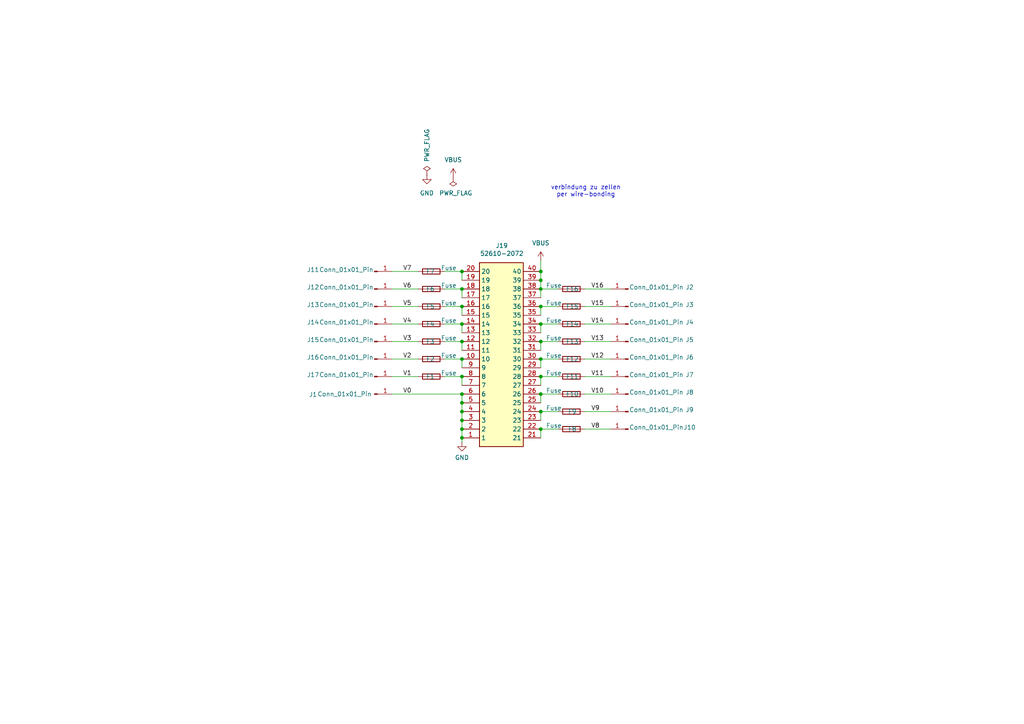
<source format=kicad_sch>
(kicad_sch
	(version 20231120)
	(generator "eeschema")
	(generator_version "8.0")
	(uuid "1d9cc614-0bf5-4778-8e8e-0e8d2a4a5fa2")
	(paper "A4")
	(lib_symbols
		(symbol "52610-2072:52610-2072"
			(exclude_from_sim no)
			(in_bom yes)
			(on_board yes)
			(property "Reference" "J"
				(at 19.05 7.62 0)
				(effects
					(font
						(size 1.27 1.27)
					)
					(justify left top)
				)
			)
			(property "Value" "52610-2072"
				(at 19.05 5.08 0)
				(effects
					(font
						(size 1.27 1.27)
					)
					(justify left top)
				)
			)
			(property "Footprint" "526102072"
				(at 19.05 -94.92 0)
				(effects
					(font
						(size 1.27 1.27)
					)
					(justify left top)
					(hide yes)
				)
			)
			(property "Datasheet" "https://componentsearchengine.com/Datasheets/1/52610-2072.pdf"
				(at 19.05 -194.92 0)
				(effects
					(font
						(size 1.27 1.27)
					)
					(justify left top)
					(hide yes)
				)
			)
			(property "Description" "FFC & FPC Connectors"
				(at 0 0 0)
				(effects
					(font
						(size 1.27 1.27)
					)
					(hide yes)
				)
			)
			(property "Height" "6.05"
				(at 19.05 -394.92 0)
				(effects
					(font
						(size 1.27 1.27)
					)
					(justify left top)
					(hide yes)
				)
			)
			(property "Mouser Part Number" "538-52610-2072"
				(at 19.05 -494.92 0)
				(effects
					(font
						(size 1.27 1.27)
					)
					(justify left top)
					(hide yes)
				)
			)
			(property "Mouser Price/Stock" "https://www.mouser.co.uk/ProductDetail/Molex/52610-2072?qs=nDwhpid8gJYd%252BKSw8qHD2g%3D%3D"
				(at 19.05 -594.92 0)
				(effects
					(font
						(size 1.27 1.27)
					)
					(justify left top)
					(hide yes)
				)
			)
			(property "Manufacturer_Name" "Molex"
				(at 19.05 -694.92 0)
				(effects
					(font
						(size 1.27 1.27)
					)
					(justify left top)
					(hide yes)
				)
			)
			(property "Manufacturer_Part_Number" "52610-2072"
				(at 19.05 -794.92 0)
				(effects
					(font
						(size 1.27 1.27)
					)
					(justify left top)
					(hide yes)
				)
			)
			(symbol "52610-2072_1_1"
				(rectangle
					(start 5.08 2.54)
					(end 17.78 -50.8)
					(stroke
						(width 0.254)
						(type default)
					)
					(fill
						(type background)
					)
				)
				(pin passive line
					(at 0 0 0)
					(length 5.08)
					(name "1"
						(effects
							(font
								(size 1.27 1.27)
							)
						)
					)
					(number "1"
						(effects
							(font
								(size 1.27 1.27)
							)
						)
					)
				)
				(pin passive line
					(at 0 -22.86 0)
					(length 5.08)
					(name "10"
						(effects
							(font
								(size 1.27 1.27)
							)
						)
					)
					(number "10"
						(effects
							(font
								(size 1.27 1.27)
							)
						)
					)
				)
				(pin passive line
					(at 0 -25.4 0)
					(length 5.08)
					(name "11"
						(effects
							(font
								(size 1.27 1.27)
							)
						)
					)
					(number "11"
						(effects
							(font
								(size 1.27 1.27)
							)
						)
					)
				)
				(pin passive line
					(at 0 -27.94 0)
					(length 5.08)
					(name "12"
						(effects
							(font
								(size 1.27 1.27)
							)
						)
					)
					(number "12"
						(effects
							(font
								(size 1.27 1.27)
							)
						)
					)
				)
				(pin passive line
					(at 0 -30.48 0)
					(length 5.08)
					(name "13"
						(effects
							(font
								(size 1.27 1.27)
							)
						)
					)
					(number "13"
						(effects
							(font
								(size 1.27 1.27)
							)
						)
					)
				)
				(pin passive line
					(at 0 -33.02 0)
					(length 5.08)
					(name "14"
						(effects
							(font
								(size 1.27 1.27)
							)
						)
					)
					(number "14"
						(effects
							(font
								(size 1.27 1.27)
							)
						)
					)
				)
				(pin passive line
					(at 0 -35.56 0)
					(length 5.08)
					(name "15"
						(effects
							(font
								(size 1.27 1.27)
							)
						)
					)
					(number "15"
						(effects
							(font
								(size 1.27 1.27)
							)
						)
					)
				)
				(pin passive line
					(at 0 -38.1 0)
					(length 5.08)
					(name "16"
						(effects
							(font
								(size 1.27 1.27)
							)
						)
					)
					(number "16"
						(effects
							(font
								(size 1.27 1.27)
							)
						)
					)
				)
				(pin passive line
					(at 0 -40.64 0)
					(length 5.08)
					(name "17"
						(effects
							(font
								(size 1.27 1.27)
							)
						)
					)
					(number "17"
						(effects
							(font
								(size 1.27 1.27)
							)
						)
					)
				)
				(pin passive line
					(at 0 -43.18 0)
					(length 5.08)
					(name "18"
						(effects
							(font
								(size 1.27 1.27)
							)
						)
					)
					(number "18"
						(effects
							(font
								(size 1.27 1.27)
							)
						)
					)
				)
				(pin passive line
					(at 0 -45.72 0)
					(length 5.08)
					(name "19"
						(effects
							(font
								(size 1.27 1.27)
							)
						)
					)
					(number "19"
						(effects
							(font
								(size 1.27 1.27)
							)
						)
					)
				)
				(pin passive line
					(at 0 -2.54 0)
					(length 5.08)
					(name "2"
						(effects
							(font
								(size 1.27 1.27)
							)
						)
					)
					(number "2"
						(effects
							(font
								(size 1.27 1.27)
							)
						)
					)
				)
				(pin passive line
					(at 0 -48.26 0)
					(length 5.08)
					(name "20"
						(effects
							(font
								(size 1.27 1.27)
							)
						)
					)
					(number "20"
						(effects
							(font
								(size 1.27 1.27)
							)
						)
					)
				)
				(pin passive line
					(at 22.86 0 180)
					(length 5.08)
					(name "21"
						(effects
							(font
								(size 1.27 1.27)
							)
						)
					)
					(number "21"
						(effects
							(font
								(size 1.27 1.27)
							)
						)
					)
				)
				(pin passive line
					(at 22.86 -2.54 180)
					(length 5.08)
					(name "22"
						(effects
							(font
								(size 1.27 1.27)
							)
						)
					)
					(number "22"
						(effects
							(font
								(size 1.27 1.27)
							)
						)
					)
				)
				(pin passive line
					(at 22.86 -5.08 180)
					(length 5.08)
					(name "23"
						(effects
							(font
								(size 1.27 1.27)
							)
						)
					)
					(number "23"
						(effects
							(font
								(size 1.27 1.27)
							)
						)
					)
				)
				(pin passive line
					(at 22.86 -7.62 180)
					(length 5.08)
					(name "24"
						(effects
							(font
								(size 1.27 1.27)
							)
						)
					)
					(number "24"
						(effects
							(font
								(size 1.27 1.27)
							)
						)
					)
				)
				(pin passive line
					(at 22.86 -10.16 180)
					(length 5.08)
					(name "25"
						(effects
							(font
								(size 1.27 1.27)
							)
						)
					)
					(number "25"
						(effects
							(font
								(size 1.27 1.27)
							)
						)
					)
				)
				(pin passive line
					(at 22.86 -12.7 180)
					(length 5.08)
					(name "26"
						(effects
							(font
								(size 1.27 1.27)
							)
						)
					)
					(number "26"
						(effects
							(font
								(size 1.27 1.27)
							)
						)
					)
				)
				(pin passive line
					(at 22.86 -15.24 180)
					(length 5.08)
					(name "27"
						(effects
							(font
								(size 1.27 1.27)
							)
						)
					)
					(number "27"
						(effects
							(font
								(size 1.27 1.27)
							)
						)
					)
				)
				(pin passive line
					(at 22.86 -17.78 180)
					(length 5.08)
					(name "28"
						(effects
							(font
								(size 1.27 1.27)
							)
						)
					)
					(number "28"
						(effects
							(font
								(size 1.27 1.27)
							)
						)
					)
				)
				(pin passive line
					(at 22.86 -20.32 180)
					(length 5.08)
					(name "29"
						(effects
							(font
								(size 1.27 1.27)
							)
						)
					)
					(number "29"
						(effects
							(font
								(size 1.27 1.27)
							)
						)
					)
				)
				(pin passive line
					(at 0 -5.08 0)
					(length 5.08)
					(name "3"
						(effects
							(font
								(size 1.27 1.27)
							)
						)
					)
					(number "3"
						(effects
							(font
								(size 1.27 1.27)
							)
						)
					)
				)
				(pin passive line
					(at 22.86 -22.86 180)
					(length 5.08)
					(name "30"
						(effects
							(font
								(size 1.27 1.27)
							)
						)
					)
					(number "30"
						(effects
							(font
								(size 1.27 1.27)
							)
						)
					)
				)
				(pin passive line
					(at 22.86 -25.4 180)
					(length 5.08)
					(name "31"
						(effects
							(font
								(size 1.27 1.27)
							)
						)
					)
					(number "31"
						(effects
							(font
								(size 1.27 1.27)
							)
						)
					)
				)
				(pin passive line
					(at 22.86 -27.94 180)
					(length 5.08)
					(name "32"
						(effects
							(font
								(size 1.27 1.27)
							)
						)
					)
					(number "32"
						(effects
							(font
								(size 1.27 1.27)
							)
						)
					)
				)
				(pin passive line
					(at 22.86 -30.48 180)
					(length 5.08)
					(name "33"
						(effects
							(font
								(size 1.27 1.27)
							)
						)
					)
					(number "33"
						(effects
							(font
								(size 1.27 1.27)
							)
						)
					)
				)
				(pin passive line
					(at 22.86 -33.02 180)
					(length 5.08)
					(name "34"
						(effects
							(font
								(size 1.27 1.27)
							)
						)
					)
					(number "34"
						(effects
							(font
								(size 1.27 1.27)
							)
						)
					)
				)
				(pin passive line
					(at 22.86 -35.56 180)
					(length 5.08)
					(name "35"
						(effects
							(font
								(size 1.27 1.27)
							)
						)
					)
					(number "35"
						(effects
							(font
								(size 1.27 1.27)
							)
						)
					)
				)
				(pin passive line
					(at 22.86 -38.1 180)
					(length 5.08)
					(name "36"
						(effects
							(font
								(size 1.27 1.27)
							)
						)
					)
					(number "36"
						(effects
							(font
								(size 1.27 1.27)
							)
						)
					)
				)
				(pin passive line
					(at 22.86 -40.64 180)
					(length 5.08)
					(name "37"
						(effects
							(font
								(size 1.27 1.27)
							)
						)
					)
					(number "37"
						(effects
							(font
								(size 1.27 1.27)
							)
						)
					)
				)
				(pin passive line
					(at 22.86 -43.18 180)
					(length 5.08)
					(name "38"
						(effects
							(font
								(size 1.27 1.27)
							)
						)
					)
					(number "38"
						(effects
							(font
								(size 1.27 1.27)
							)
						)
					)
				)
				(pin passive line
					(at 22.86 -45.72 180)
					(length 5.08)
					(name "39"
						(effects
							(font
								(size 1.27 1.27)
							)
						)
					)
					(number "39"
						(effects
							(font
								(size 1.27 1.27)
							)
						)
					)
				)
				(pin passive line
					(at 0 -7.62 0)
					(length 5.08)
					(name "4"
						(effects
							(font
								(size 1.27 1.27)
							)
						)
					)
					(number "4"
						(effects
							(font
								(size 1.27 1.27)
							)
						)
					)
				)
				(pin passive line
					(at 22.86 -48.26 180)
					(length 5.08)
					(name "40"
						(effects
							(font
								(size 1.27 1.27)
							)
						)
					)
					(number "40"
						(effects
							(font
								(size 1.27 1.27)
							)
						)
					)
				)
				(pin passive line
					(at 0 -10.16 0)
					(length 5.08)
					(name "5"
						(effects
							(font
								(size 1.27 1.27)
							)
						)
					)
					(number "5"
						(effects
							(font
								(size 1.27 1.27)
							)
						)
					)
				)
				(pin passive line
					(at 0 -12.7 0)
					(length 5.08)
					(name "6"
						(effects
							(font
								(size 1.27 1.27)
							)
						)
					)
					(number "6"
						(effects
							(font
								(size 1.27 1.27)
							)
						)
					)
				)
				(pin passive line
					(at 0 -15.24 0)
					(length 5.08)
					(name "7"
						(effects
							(font
								(size 1.27 1.27)
							)
						)
					)
					(number "7"
						(effects
							(font
								(size 1.27 1.27)
							)
						)
					)
				)
				(pin passive line
					(at 0 -17.78 0)
					(length 5.08)
					(name "8"
						(effects
							(font
								(size 1.27 1.27)
							)
						)
					)
					(number "8"
						(effects
							(font
								(size 1.27 1.27)
							)
						)
					)
				)
				(pin passive line
					(at 0 -20.32 0)
					(length 5.08)
					(name "9"
						(effects
							(font
								(size 1.27 1.27)
							)
						)
					)
					(number "9"
						(effects
							(font
								(size 1.27 1.27)
							)
						)
					)
				)
			)
		)
		(symbol "Connector:Conn_01x01_Pin"
			(pin_names
				(offset 1.016) hide)
			(exclude_from_sim no)
			(in_bom yes)
			(on_board yes)
			(property "Reference" "J"
				(at 0 2.54 0)
				(effects
					(font
						(size 1.27 1.27)
					)
				)
			)
			(property "Value" "Conn_01x01_Pin"
				(at 0 -2.54 0)
				(effects
					(font
						(size 1.27 1.27)
					)
				)
			)
			(property "Footprint" ""
				(at 0 0 0)
				(effects
					(font
						(size 1.27 1.27)
					)
					(hide yes)
				)
			)
			(property "Datasheet" "~"
				(at 0 0 0)
				(effects
					(font
						(size 1.27 1.27)
					)
					(hide yes)
				)
			)
			(property "Description" "Generic connector, single row, 01x01, script generated"
				(at 0 0 0)
				(effects
					(font
						(size 1.27 1.27)
					)
					(hide yes)
				)
			)
			(property "ki_locked" ""
				(at 0 0 0)
				(effects
					(font
						(size 1.27 1.27)
					)
				)
			)
			(property "ki_keywords" "connector"
				(at 0 0 0)
				(effects
					(font
						(size 1.27 1.27)
					)
					(hide yes)
				)
			)
			(property "ki_fp_filters" "Connector*:*_1x??_*"
				(at 0 0 0)
				(effects
					(font
						(size 1.27 1.27)
					)
					(hide yes)
				)
			)
			(symbol "Conn_01x01_Pin_1_1"
				(polyline
					(pts
						(xy 1.27 0) (xy 0.8636 0)
					)
					(stroke
						(width 0.1524)
						(type default)
					)
					(fill
						(type none)
					)
				)
				(rectangle
					(start 0.8636 0.127)
					(end 0 -0.127)
					(stroke
						(width 0.1524)
						(type default)
					)
					(fill
						(type outline)
					)
				)
				(pin passive line
					(at 5.08 0 180)
					(length 3.81)
					(name "Pin_1"
						(effects
							(font
								(size 1.27 1.27)
							)
						)
					)
					(number "1"
						(effects
							(font
								(size 1.27 1.27)
							)
						)
					)
				)
			)
		)
		(symbol "Device:Fuse"
			(pin_numbers hide)
			(pin_names
				(offset 0)
			)
			(exclude_from_sim no)
			(in_bom yes)
			(on_board yes)
			(property "Reference" "F"
				(at 2.032 0 90)
				(effects
					(font
						(size 1.27 1.27)
					)
				)
			)
			(property "Value" "Fuse"
				(at -1.905 0 90)
				(effects
					(font
						(size 1.27 1.27)
					)
				)
			)
			(property "Footprint" ""
				(at -1.778 0 90)
				(effects
					(font
						(size 1.27 1.27)
					)
					(hide yes)
				)
			)
			(property "Datasheet" "~"
				(at 0 0 0)
				(effects
					(font
						(size 1.27 1.27)
					)
					(hide yes)
				)
			)
			(property "Description" "Fuse"
				(at 0 0 0)
				(effects
					(font
						(size 1.27 1.27)
					)
					(hide yes)
				)
			)
			(property "ki_keywords" "fuse"
				(at 0 0 0)
				(effects
					(font
						(size 1.27 1.27)
					)
					(hide yes)
				)
			)
			(property "ki_fp_filters" "*Fuse*"
				(at 0 0 0)
				(effects
					(font
						(size 1.27 1.27)
					)
					(hide yes)
				)
			)
			(symbol "Fuse_0_1"
				(rectangle
					(start -0.762 -2.54)
					(end 0.762 2.54)
					(stroke
						(width 0.254)
						(type default)
					)
					(fill
						(type none)
					)
				)
				(polyline
					(pts
						(xy 0 2.54) (xy 0 -2.54)
					)
					(stroke
						(width 0)
						(type default)
					)
					(fill
						(type none)
					)
				)
			)
			(symbol "Fuse_1_1"
				(pin passive line
					(at 0 3.81 270)
					(length 1.27)
					(name "~"
						(effects
							(font
								(size 1.27 1.27)
							)
						)
					)
					(number "1"
						(effects
							(font
								(size 1.27 1.27)
							)
						)
					)
				)
				(pin passive line
					(at 0 -3.81 90)
					(length 1.27)
					(name "~"
						(effects
							(font
								(size 1.27 1.27)
							)
						)
					)
					(number "2"
						(effects
							(font
								(size 1.27 1.27)
							)
						)
					)
				)
			)
		)
		(symbol "power:GND"
			(power)
			(pin_numbers hide)
			(pin_names
				(offset 0) hide)
			(exclude_from_sim no)
			(in_bom yes)
			(on_board yes)
			(property "Reference" "#PWR"
				(at 0 -6.35 0)
				(effects
					(font
						(size 1.27 1.27)
					)
					(hide yes)
				)
			)
			(property "Value" "GND"
				(at 0 -3.81 0)
				(effects
					(font
						(size 1.27 1.27)
					)
				)
			)
			(property "Footprint" ""
				(at 0 0 0)
				(effects
					(font
						(size 1.27 1.27)
					)
					(hide yes)
				)
			)
			(property "Datasheet" ""
				(at 0 0 0)
				(effects
					(font
						(size 1.27 1.27)
					)
					(hide yes)
				)
			)
			(property "Description" "Power symbol creates a global label with name \"GND\" , ground"
				(at 0 0 0)
				(effects
					(font
						(size 1.27 1.27)
					)
					(hide yes)
				)
			)
			(property "ki_keywords" "global power"
				(at 0 0 0)
				(effects
					(font
						(size 1.27 1.27)
					)
					(hide yes)
				)
			)
			(symbol "GND_0_1"
				(polyline
					(pts
						(xy 0 0) (xy 0 -1.27) (xy 1.27 -1.27) (xy 0 -2.54) (xy -1.27 -1.27) (xy 0 -1.27)
					)
					(stroke
						(width 0)
						(type default)
					)
					(fill
						(type none)
					)
				)
			)
			(symbol "GND_1_1"
				(pin power_in line
					(at 0 0 270)
					(length 0)
					(name "~"
						(effects
							(font
								(size 1.27 1.27)
							)
						)
					)
					(number "1"
						(effects
							(font
								(size 1.27 1.27)
							)
						)
					)
				)
			)
		)
		(symbol "power:PWR_FLAG"
			(power)
			(pin_numbers hide)
			(pin_names
				(offset 0) hide)
			(exclude_from_sim no)
			(in_bom yes)
			(on_board yes)
			(property "Reference" "#FLG"
				(at 0 1.905 0)
				(effects
					(font
						(size 1.27 1.27)
					)
					(hide yes)
				)
			)
			(property "Value" "PWR_FLAG"
				(at 0 3.81 0)
				(effects
					(font
						(size 1.27 1.27)
					)
				)
			)
			(property "Footprint" ""
				(at 0 0 0)
				(effects
					(font
						(size 1.27 1.27)
					)
					(hide yes)
				)
			)
			(property "Datasheet" "~"
				(at 0 0 0)
				(effects
					(font
						(size 1.27 1.27)
					)
					(hide yes)
				)
			)
			(property "Description" "Special symbol for telling ERC where power comes from"
				(at 0 0 0)
				(effects
					(font
						(size 1.27 1.27)
					)
					(hide yes)
				)
			)
			(property "ki_keywords" "flag power"
				(at 0 0 0)
				(effects
					(font
						(size 1.27 1.27)
					)
					(hide yes)
				)
			)
			(symbol "PWR_FLAG_0_0"
				(pin power_out line
					(at 0 0 90)
					(length 0)
					(name "~"
						(effects
							(font
								(size 1.27 1.27)
							)
						)
					)
					(number "1"
						(effects
							(font
								(size 1.27 1.27)
							)
						)
					)
				)
			)
			(symbol "PWR_FLAG_0_1"
				(polyline
					(pts
						(xy 0 0) (xy 0 1.27) (xy -1.016 1.905) (xy 0 2.54) (xy 1.016 1.905) (xy 0 1.27)
					)
					(stroke
						(width 0)
						(type default)
					)
					(fill
						(type none)
					)
				)
			)
		)
		(symbol "power:VBUS"
			(power)
			(pin_numbers hide)
			(pin_names
				(offset 0) hide)
			(exclude_from_sim no)
			(in_bom yes)
			(on_board yes)
			(property "Reference" "#PWR"
				(at 0 -3.81 0)
				(effects
					(font
						(size 1.27 1.27)
					)
					(hide yes)
				)
			)
			(property "Value" "VBUS"
				(at 0 3.556 0)
				(effects
					(font
						(size 1.27 1.27)
					)
				)
			)
			(property "Footprint" ""
				(at 0 0 0)
				(effects
					(font
						(size 1.27 1.27)
					)
					(hide yes)
				)
			)
			(property "Datasheet" ""
				(at 0 0 0)
				(effects
					(font
						(size 1.27 1.27)
					)
					(hide yes)
				)
			)
			(property "Description" "Power symbol creates a global label with name \"VBUS\""
				(at 0 0 0)
				(effects
					(font
						(size 1.27 1.27)
					)
					(hide yes)
				)
			)
			(property "ki_keywords" "global power"
				(at 0 0 0)
				(effects
					(font
						(size 1.27 1.27)
					)
					(hide yes)
				)
			)
			(symbol "VBUS_0_1"
				(polyline
					(pts
						(xy -0.762 1.27) (xy 0 2.54)
					)
					(stroke
						(width 0)
						(type default)
					)
					(fill
						(type none)
					)
				)
				(polyline
					(pts
						(xy 0 0) (xy 0 2.54)
					)
					(stroke
						(width 0)
						(type default)
					)
					(fill
						(type none)
					)
				)
				(polyline
					(pts
						(xy 0 2.54) (xy 0.762 1.27)
					)
					(stroke
						(width 0)
						(type default)
					)
					(fill
						(type none)
					)
				)
			)
			(symbol "VBUS_1_1"
				(pin power_in line
					(at 0 0 90)
					(length 0)
					(name "~"
						(effects
							(font
								(size 1.27 1.27)
							)
						)
					)
					(number "1"
						(effects
							(font
								(size 1.27 1.27)
							)
						)
					)
				)
			)
		)
	)
	(junction
		(at 133.985 99.06)
		(diameter 0)
		(color 0 0 0 0)
		(uuid "0168f773-9dd9-4f9d-8c14-67fb02d2351e")
	)
	(junction
		(at 133.985 124.46)
		(diameter 0)
		(color 0 0 0 0)
		(uuid "03fc4723-ffc6-4303-98d1-d6f0214de8be")
	)
	(junction
		(at 133.985 109.22)
		(diameter 0)
		(color 0 0 0 0)
		(uuid "04e482b6-a756-4dee-bfe3-a3685faa60fc")
	)
	(junction
		(at 156.845 119.38)
		(diameter 0)
		(color 0 0 0 0)
		(uuid "0675166a-b728-4bde-8ff2-d69b2dae060f")
	)
	(junction
		(at 156.845 109.22)
		(diameter 0)
		(color 0 0 0 0)
		(uuid "0696a963-d4b3-41e5-b843-ffbf1859643d")
	)
	(junction
		(at 133.985 104.14)
		(diameter 0)
		(color 0 0 0 0)
		(uuid "0bb717dd-3cf0-4aa4-abba-fc24e8cf0c74")
	)
	(junction
		(at 133.985 78.74)
		(diameter 0)
		(color 0 0 0 0)
		(uuid "1aff74f7-00df-49d2-9625-2bb0895f1f9c")
	)
	(junction
		(at 133.985 88.9)
		(diameter 0)
		(color 0 0 0 0)
		(uuid "206d8abc-3c7d-4ccc-8a5c-13e252f18d28")
	)
	(junction
		(at 156.845 114.3)
		(diameter 0)
		(color 0 0 0 0)
		(uuid "212a105d-aa1a-4ea3-825e-b1c7ad571964")
	)
	(junction
		(at 133.985 83.82)
		(diameter 0)
		(color 0 0 0 0)
		(uuid "2e651bdb-8466-4eca-8ae3-980add46c54f")
	)
	(junction
		(at 156.845 93.98)
		(diameter 0)
		(color 0 0 0 0)
		(uuid "5150cb41-fba8-46d5-ad86-db6ec52c80bc")
	)
	(junction
		(at 156.845 78.74)
		(diameter 0)
		(color 0 0 0 0)
		(uuid "537b367b-ab2a-4570-b881-c764aa249d37")
	)
	(junction
		(at 156.845 88.9)
		(diameter 0)
		(color 0 0 0 0)
		(uuid "5c0e08e7-76fb-432b-bba2-4c5d3e2af1de")
	)
	(junction
		(at 133.985 121.92)
		(diameter 0)
		(color 0 0 0 0)
		(uuid "7b305cb1-541b-4ac1-9bcb-f3742acb775b")
	)
	(junction
		(at 133.985 119.38)
		(diameter 0)
		(color 0 0 0 0)
		(uuid "80e62256-3302-4425-9930-610d499d665d")
	)
	(junction
		(at 133.985 127)
		(diameter 0)
		(color 0 0 0 0)
		(uuid "a297dc2c-a99b-4ea1-8c49-d73898b3e606")
	)
	(junction
		(at 133.985 93.98)
		(diameter 0)
		(color 0 0 0 0)
		(uuid "a7117c1d-787d-46e6-8997-e62423841b13")
	)
	(junction
		(at 156.845 99.06)
		(diameter 0)
		(color 0 0 0 0)
		(uuid "a87be903-5e16-43d2-b79a-a859803f0cc3")
	)
	(junction
		(at 133.985 116.84)
		(diameter 0)
		(color 0 0 0 0)
		(uuid "b0b8796c-704f-49de-bdf6-24f0945632a3")
	)
	(junction
		(at 156.845 81.28)
		(diameter 0)
		(color 0 0 0 0)
		(uuid "bcebba81-50f7-406a-8d06-66cc06c9372c")
	)
	(junction
		(at 156.845 124.46)
		(diameter 0)
		(color 0 0 0 0)
		(uuid "c139a2a2-4128-449d-b38c-3f30117cae82")
	)
	(junction
		(at 156.845 104.14)
		(diameter 0)
		(color 0 0 0 0)
		(uuid "c1df4905-d19f-4205-af19-5bd23689a95a")
	)
	(junction
		(at 133.985 114.3)
		(diameter 0)
		(color 0 0 0 0)
		(uuid "c4670233-a88f-4cc9-9afa-200f18a2bb37")
	)
	(junction
		(at 156.845 83.82)
		(diameter 0)
		(color 0 0 0 0)
		(uuid "de2b3d53-fb77-4df2-8c71-8b78bf929c09")
	)
	(wire
		(pts
			(xy 133.985 104.14) (xy 133.985 106.68)
		)
		(stroke
			(width 0)
			(type default)
		)
		(uuid "0052b478-816a-460e-94f9-ac1e358ecca5")
	)
	(wire
		(pts
			(xy 156.845 109.22) (xy 161.925 109.22)
		)
		(stroke
			(width 0)
			(type default)
		)
		(uuid "018aceaa-26cb-4f5d-b678-2d4d9a5ed598")
	)
	(wire
		(pts
			(xy 156.845 93.98) (xy 156.845 96.52)
		)
		(stroke
			(width 0)
			(type default)
		)
		(uuid "019c136f-4ba7-4a5e-9c28-06f52005b396")
	)
	(wire
		(pts
			(xy 156.845 88.9) (xy 161.925 88.9)
		)
		(stroke
			(width 0)
			(type default)
		)
		(uuid "04c2e2da-38fe-4555-b881-e0ed61176549")
	)
	(wire
		(pts
			(xy 156.845 104.14) (xy 161.925 104.14)
		)
		(stroke
			(width 0)
			(type default)
		)
		(uuid "089164e1-5bd7-4056-a0cf-ba13b3f47eb6")
	)
	(wire
		(pts
			(xy 133.985 93.98) (xy 133.985 96.52)
		)
		(stroke
			(width 0)
			(type default)
		)
		(uuid "0c32e2cb-e44c-466f-8cf2-7c8ef33b259f")
	)
	(wire
		(pts
			(xy 169.545 93.98) (xy 177.165 93.98)
		)
		(stroke
			(width 0)
			(type default)
		)
		(uuid "0c4ffd47-0489-4c0d-ae89-7d6d6bfa1b2c")
	)
	(wire
		(pts
			(xy 169.545 99.06) (xy 177.165 99.06)
		)
		(stroke
			(width 0)
			(type default)
		)
		(uuid "0cc19ba5-3499-416d-8ffd-ac2e25a42968")
	)
	(wire
		(pts
			(xy 156.845 104.14) (xy 156.845 106.68)
		)
		(stroke
			(width 0)
			(type default)
		)
		(uuid "10bcb633-1216-448b-be98-ca0b07038a86")
	)
	(wire
		(pts
			(xy 121.285 109.22) (xy 113.665 109.22)
		)
		(stroke
			(width 0)
			(type default)
		)
		(uuid "1222c7cc-0fc5-4786-bbfa-fbf5c0400464")
	)
	(wire
		(pts
			(xy 133.985 116.84) (xy 133.985 119.38)
		)
		(stroke
			(width 0)
			(type default)
		)
		(uuid "13717265-af5d-485a-a440-f9759b646d98")
	)
	(wire
		(pts
			(xy 169.545 83.82) (xy 177.165 83.82)
		)
		(stroke
			(width 0)
			(type default)
		)
		(uuid "1469e016-04b8-4413-8839-29e554d828a2")
	)
	(wire
		(pts
			(xy 169.545 119.38) (xy 177.165 119.38)
		)
		(stroke
			(width 0)
			(type default)
		)
		(uuid "15439573-ab63-4194-846e-bbe944d12e19")
	)
	(wire
		(pts
			(xy 133.985 121.92) (xy 133.985 124.46)
		)
		(stroke
			(width 0)
			(type default)
		)
		(uuid "1546c061-4b4a-415b-a611-1ecf6b76674d")
	)
	(wire
		(pts
			(xy 133.985 128.27) (xy 133.985 127)
		)
		(stroke
			(width 0)
			(type default)
		)
		(uuid "16d9488f-449f-49f9-a561-e651276b4853")
	)
	(wire
		(pts
			(xy 156.845 114.3) (xy 161.925 114.3)
		)
		(stroke
			(width 0)
			(type default)
		)
		(uuid "1849a1a0-e8ff-4c4f-a564-17ccd6268bae")
	)
	(wire
		(pts
			(xy 121.285 83.82) (xy 113.665 83.82)
		)
		(stroke
			(width 0)
			(type default)
		)
		(uuid "1bb2f3ab-1b25-4197-9ea6-0a1f325ce113")
	)
	(wire
		(pts
			(xy 156.845 124.46) (xy 161.925 124.46)
		)
		(stroke
			(width 0)
			(type default)
		)
		(uuid "207aa897-54c4-4892-a085-7fe29ee18511")
	)
	(wire
		(pts
			(xy 156.845 83.82) (xy 156.845 86.36)
		)
		(stroke
			(width 0)
			(type default)
		)
		(uuid "207bc5d2-3348-45af-800c-dc239180504f")
	)
	(wire
		(pts
			(xy 156.845 124.46) (xy 156.845 127)
		)
		(stroke
			(width 0)
			(type default)
		)
		(uuid "20eb60e9-27a4-40fd-96a4-c8ae1fae8578")
	)
	(wire
		(pts
			(xy 133.985 83.82) (xy 133.985 86.36)
		)
		(stroke
			(width 0)
			(type default)
		)
		(uuid "24208ea0-2e31-43b6-9339-46b7a45f93d0")
	)
	(wire
		(pts
			(xy 133.985 114.3) (xy 133.985 116.84)
		)
		(stroke
			(width 0)
			(type default)
		)
		(uuid "2ddcf5f2-6098-4f38-ae7d-6e929369b5b7")
	)
	(wire
		(pts
			(xy 156.845 83.82) (xy 161.925 83.82)
		)
		(stroke
			(width 0)
			(type default)
		)
		(uuid "300039bf-130d-435f-80eb-493b358ca86f")
	)
	(wire
		(pts
			(xy 133.985 99.06) (xy 128.905 99.06)
		)
		(stroke
			(width 0)
			(type default)
		)
		(uuid "3c9952fb-b492-44c1-8653-a1da3fcc9201")
	)
	(wire
		(pts
			(xy 133.985 109.22) (xy 128.905 109.22)
		)
		(stroke
			(width 0)
			(type default)
		)
		(uuid "3cdf8f36-4dc4-42cc-8ced-39648af290a9")
	)
	(wire
		(pts
			(xy 156.845 99.06) (xy 156.845 101.6)
		)
		(stroke
			(width 0)
			(type default)
		)
		(uuid "428f3da8-b3db-416d-be76-4cc3782bc18a")
	)
	(wire
		(pts
			(xy 133.985 99.06) (xy 133.985 101.6)
		)
		(stroke
			(width 0)
			(type default)
		)
		(uuid "445c507a-b918-42c9-83bb-4f2aa226299c")
	)
	(wire
		(pts
			(xy 133.985 93.98) (xy 128.905 93.98)
		)
		(stroke
			(width 0)
			(type default)
		)
		(uuid "45c766b7-63cb-4f3d-bcf1-202317cdbefb")
	)
	(wire
		(pts
			(xy 121.285 99.06) (xy 113.665 99.06)
		)
		(stroke
			(width 0)
			(type default)
		)
		(uuid "53ac8e79-26e6-4d0b-8326-aebaffe76305")
	)
	(wire
		(pts
			(xy 156.845 78.74) (xy 156.845 81.28)
		)
		(stroke
			(width 0)
			(type default)
		)
		(uuid "540a982c-4f29-4329-bcf7-2c160f8d3cd6")
	)
	(wire
		(pts
			(xy 121.285 88.9) (xy 113.665 88.9)
		)
		(stroke
			(width 0)
			(type default)
		)
		(uuid "5b95f99b-d8e8-4a6c-87ab-b83f98e08d0a")
	)
	(wire
		(pts
			(xy 121.285 93.98) (xy 113.665 93.98)
		)
		(stroke
			(width 0)
			(type default)
		)
		(uuid "6808f3c4-c470-4e2f-9cc9-3e7062c66150")
	)
	(wire
		(pts
			(xy 133.985 78.74) (xy 128.905 78.74)
		)
		(stroke
			(width 0)
			(type default)
		)
		(uuid "687abcd9-df45-4a1d-8a94-53472a60d997")
	)
	(wire
		(pts
			(xy 156.845 75.565) (xy 156.845 78.74)
		)
		(stroke
			(width 0)
			(type default)
		)
		(uuid "70a7baf9-f793-41ea-aa80-3363ea1d742d")
	)
	(wire
		(pts
			(xy 156.845 114.3) (xy 156.845 116.84)
		)
		(stroke
			(width 0)
			(type default)
		)
		(uuid "7c455362-b1b6-4bed-b0ad-157380a4e5f0")
	)
	(wire
		(pts
			(xy 121.285 78.74) (xy 113.665 78.74)
		)
		(stroke
			(width 0)
			(type default)
		)
		(uuid "7fc7673f-8e52-4a6b-8a80-cf9a93cfa47f")
	)
	(wire
		(pts
			(xy 169.545 114.3) (xy 177.165 114.3)
		)
		(stroke
			(width 0)
			(type default)
		)
		(uuid "82f893ee-e1c3-4a07-b284-d1413b9ab85d")
	)
	(wire
		(pts
			(xy 169.545 124.46) (xy 177.165 124.46)
		)
		(stroke
			(width 0)
			(type default)
		)
		(uuid "881cdb73-70ce-473f-a1fd-0389e93d3123")
	)
	(wire
		(pts
			(xy 121.285 104.14) (xy 113.665 104.14)
		)
		(stroke
			(width 0)
			(type default)
		)
		(uuid "92634063-e3c1-4d82-b30a-a12953c688ba")
	)
	(wire
		(pts
			(xy 169.545 109.22) (xy 177.165 109.22)
		)
		(stroke
			(width 0)
			(type default)
		)
		(uuid "947e9429-f069-4684-8fe6-4eb6c0548d51")
	)
	(wire
		(pts
			(xy 133.985 104.14) (xy 128.905 104.14)
		)
		(stroke
			(width 0)
			(type default)
		)
		(uuid "94bf49d5-a392-46e4-859b-8eb5c856c133")
	)
	(wire
		(pts
			(xy 169.545 88.9) (xy 177.165 88.9)
		)
		(stroke
			(width 0)
			(type default)
		)
		(uuid "9cc141a5-4877-4cc4-9809-c014531f9c23")
	)
	(wire
		(pts
			(xy 133.985 88.9) (xy 128.905 88.9)
		)
		(stroke
			(width 0)
			(type default)
		)
		(uuid "a8718be3-8f45-4a44-a595-ae7d85b7c7f2")
	)
	(wire
		(pts
			(xy 133.985 88.9) (xy 133.985 91.44)
		)
		(stroke
			(width 0)
			(type default)
		)
		(uuid "aa9a29f4-3626-45f7-9933-72ad35553bea")
	)
	(wire
		(pts
			(xy 156.845 88.9) (xy 156.845 91.44)
		)
		(stroke
			(width 0)
			(type default)
		)
		(uuid "acd1c75b-8d39-4ac7-91b3-1365682b0038")
	)
	(wire
		(pts
			(xy 133.985 119.38) (xy 133.985 121.92)
		)
		(stroke
			(width 0)
			(type default)
		)
		(uuid "af6a988a-a97d-4ad1-b1e4-473fc94817d6")
	)
	(wire
		(pts
			(xy 133.985 124.46) (xy 133.985 127)
		)
		(stroke
			(width 0)
			(type default)
		)
		(uuid "b4d41289-27a7-40ea-87fd-37ae1f215baf")
	)
	(wire
		(pts
			(xy 133.985 83.82) (xy 128.905 83.82)
		)
		(stroke
			(width 0)
			(type default)
		)
		(uuid "ba267fbb-1748-4208-87d1-75c870537698")
	)
	(wire
		(pts
			(xy 169.545 104.14) (xy 177.165 104.14)
		)
		(stroke
			(width 0)
			(type default)
		)
		(uuid "bb05c23b-e428-4efa-b493-f9b636d5f966")
	)
	(wire
		(pts
			(xy 156.845 119.38) (xy 156.845 121.92)
		)
		(stroke
			(width 0)
			(type default)
		)
		(uuid "bdb53f7e-c684-4649-9061-d45c09eb7e5d")
	)
	(wire
		(pts
			(xy 156.845 99.06) (xy 161.925 99.06)
		)
		(stroke
			(width 0)
			(type default)
		)
		(uuid "be39b9fa-fa7b-4129-b4de-6bd71cbd26aa")
	)
	(wire
		(pts
			(xy 156.845 109.22) (xy 156.845 111.76)
		)
		(stroke
			(width 0)
			(type default)
		)
		(uuid "dc0d0e47-e524-424a-b655-0778f253b72c")
	)
	(wire
		(pts
			(xy 133.985 109.22) (xy 133.985 111.76)
		)
		(stroke
			(width 0)
			(type default)
		)
		(uuid "de9f2095-74e6-4dc3-bae4-24f698da34d3")
	)
	(wire
		(pts
			(xy 156.845 119.38) (xy 161.925 119.38)
		)
		(stroke
			(width 0)
			(type default)
		)
		(uuid "df7ba148-381d-48d6-99a7-10b9358bd187")
	)
	(wire
		(pts
			(xy 156.845 81.28) (xy 156.845 83.82)
		)
		(stroke
			(width 0)
			(type default)
		)
		(uuid "e28bc814-45cd-4b29-80d7-fa80c58d2922")
	)
	(wire
		(pts
			(xy 156.845 93.98) (xy 161.925 93.98)
		)
		(stroke
			(width 0)
			(type default)
		)
		(uuid "e8f3dd12-98eb-46cf-bfdf-abc10d26a132")
	)
	(wire
		(pts
			(xy 133.985 114.3) (xy 113.665 114.3)
		)
		(stroke
			(width 0)
			(type default)
		)
		(uuid "fa4e4e36-7cf6-48f6-a4fa-87eee3a72cfa")
	)
	(wire
		(pts
			(xy 133.985 78.74) (xy 133.985 81.28)
		)
		(stroke
			(width 0)
			(type default)
		)
		(uuid "fdb60a30-090e-4105-ac0d-15e6e7ff60f5")
	)
	(text "verbindung zu zellen\nper wire-bonding\n"
		(exclude_from_sim no)
		(at 169.926 55.499 0)
		(effects
			(font
				(size 1.27 1.27)
			)
		)
		(uuid "cec7a0b1-c32f-46bb-a9f6-5ba939c63e77")
	)
	(label "V11"
		(at 171.45 109.22 0)
		(fields_autoplaced yes)
		(effects
			(font
				(size 1.27 1.27)
			)
			(justify left bottom)
		)
		(uuid "0118b175-c050-4167-a110-5e6fb86f1704")
	)
	(label "V4"
		(at 119.38 93.98 180)
		(fields_autoplaced yes)
		(effects
			(font
				(size 1.27 1.27)
			)
			(justify right bottom)
		)
		(uuid "31804acc-2f62-4f1b-b1e9-3ad744085c80")
	)
	(label "V1"
		(at 119.38 109.22 180)
		(fields_autoplaced yes)
		(effects
			(font
				(size 1.27 1.27)
			)
			(justify right bottom)
		)
		(uuid "38ead3b5-858a-4c39-9318-b32f947f6def")
	)
	(label "V5"
		(at 119.38 88.9 180)
		(fields_autoplaced yes)
		(effects
			(font
				(size 1.27 1.27)
			)
			(justify right bottom)
		)
		(uuid "4dd16825-4fc4-47c2-bf8e-a78d88fe4736")
	)
	(label "V6"
		(at 119.38 83.82 180)
		(fields_autoplaced yes)
		(effects
			(font
				(size 1.27 1.27)
			)
			(justify right bottom)
		)
		(uuid "5b908d49-f865-4ec7-9b4b-906bc1f5fe67")
	)
	(label "V15"
		(at 171.45 88.9 0)
		(fields_autoplaced yes)
		(effects
			(font
				(size 1.27 1.27)
			)
			(justify left bottom)
		)
		(uuid "5d20d4bd-472b-48c0-89ba-c8e76e7f3e51")
	)
	(label "V13"
		(at 171.45 99.06 0)
		(fields_autoplaced yes)
		(effects
			(font
				(size 1.27 1.27)
			)
			(justify left bottom)
		)
		(uuid "697a5b83-76fe-4a71-99a3-920a64d34e8b")
	)
	(label "V7"
		(at 119.38 78.74 180)
		(fields_autoplaced yes)
		(effects
			(font
				(size 1.27 1.27)
			)
			(justify right bottom)
		)
		(uuid "755bf7f1-8d92-4429-b19a-0d2b0ad706d8")
	)
	(label "V12"
		(at 171.45 104.14 0)
		(fields_autoplaced yes)
		(effects
			(font
				(size 1.27 1.27)
			)
			(justify left bottom)
		)
		(uuid "ad206a6a-9eec-405d-adca-cdb53dc5959c")
	)
	(label "V9"
		(at 171.45 119.38 0)
		(fields_autoplaced yes)
		(effects
			(font
				(size 1.27 1.27)
			)
			(justify left bottom)
		)
		(uuid "ad4f5f69-1cfb-44a7-99a4-8a9ec60c6a28")
	)
	(label "V0"
		(at 119.38 114.3 180)
		(fields_autoplaced yes)
		(effects
			(font
				(size 1.27 1.27)
			)
			(justify right bottom)
		)
		(uuid "cc1767f4-d8e3-4a77-b3a4-da1324e3ac19")
	)
	(label "V2"
		(at 119.38 104.14 180)
		(fields_autoplaced yes)
		(effects
			(font
				(size 1.27 1.27)
			)
			(justify right bottom)
		)
		(uuid "d9c0686b-fa08-4b6b-a484-c92290b1eb8d")
	)
	(label "V3"
		(at 119.38 99.06 180)
		(fields_autoplaced yes)
		(effects
			(font
				(size 1.27 1.27)
			)
			(justify right bottom)
		)
		(uuid "db353411-ae1a-403a-ae1b-2aa2a95fd669")
	)
	(label "V16"
		(at 171.45 83.82 0)
		(fields_autoplaced yes)
		(effects
			(font
				(size 1.27 1.27)
			)
			(justify left bottom)
		)
		(uuid "dee58bea-be07-4f4d-a7d7-eb6060501be5")
	)
	(label "V10"
		(at 171.45 114.3 0)
		(fields_autoplaced yes)
		(effects
			(font
				(size 1.27 1.27)
			)
			(justify left bottom)
		)
		(uuid "e1cb22a9-e1f1-4e84-8748-f852cc3a09aa")
	)
	(label "V14"
		(at 171.45 93.98 0)
		(fields_autoplaced yes)
		(effects
			(font
				(size 1.27 1.27)
			)
			(justify left bottom)
		)
		(uuid "f73aa67a-8d85-4deb-81ad-ebd3eaee1013")
	)
	(label "V8"
		(at 171.45 124.46 0)
		(fields_autoplaced yes)
		(effects
			(font
				(size 1.27 1.27)
			)
			(justify left bottom)
		)
		(uuid "fdc8e6e5-b3b3-4526-b7bc-bca13a94fc68")
	)
	(symbol
		(lib_id "power:PWR_FLAG")
		(at 131.445 51.435 180)
		(unit 1)
		(exclude_from_sim no)
		(in_bom yes)
		(on_board yes)
		(dnp no)
		(uuid "002f07f5-7b92-4a7c-b404-4bb8de0d297f")
		(property "Reference" "#FLG02"
			(at 131.445 53.34 0)
			(effects
				(font
					(size 1.27 1.27)
				)
				(hide yes)
			)
		)
		(property "Value" "PWR_FLAG"
			(at 132.207 56.007 0)
			(effects
				(font
					(size 1.27 1.27)
				)
			)
		)
		(property "Footprint" ""
			(at 131.445 51.435 0)
			(effects
				(font
					(size 1.27 1.27)
				)
				(hide yes)
			)
		)
		(property "Datasheet" "~"
			(at 131.445 51.435 0)
			(effects
				(font
					(size 1.27 1.27)
				)
				(hide yes)
			)
		)
		(property "Description" "Special symbol for telling ERC where power comes from"
			(at 131.445 51.435 0)
			(effects
				(font
					(size 1.27 1.27)
				)
				(hide yes)
			)
		)
		(pin "1"
			(uuid "6029ef16-0b8c-472c-91fc-26ed5e14de53")
		)
		(instances
			(project "FT25_AMS_VSENS"
				(path "/1d9cc614-0bf5-4778-8e8e-0e8d2a4a5fa2"
					(reference "#FLG02")
					(unit 1)
				)
			)
		)
	)
	(symbol
		(lib_id "Connector:Conn_01x01_Pin")
		(at 108.585 88.9 0)
		(mirror x)
		(unit 1)
		(exclude_from_sim no)
		(in_bom yes)
		(on_board yes)
		(dnp no)
		(uuid "07dec1b8-7836-4876-a93d-9eb604b0642e")
		(property "Reference" "J13"
			(at 90.805 88.392 0)
			(effects
				(font
					(size 1.27 1.27)
				)
			)
		)
		(property "Value" "Conn_01x01_Pin"
			(at 100.457 88.392 0)
			(effects
				(font
					(size 1.27 1.27)
				)
			)
		)
		(property "Footprint" "VTSENS:Baby_ST_Bond_Pad"
			(at 108.585 88.9 0)
			(effects
				(font
					(size 1.27 1.27)
				)
				(hide yes)
			)
		)
		(property "Datasheet" "~"
			(at 108.585 88.9 0)
			(effects
				(font
					(size 1.27 1.27)
				)
				(hide yes)
			)
		)
		(property "Description" "Generic connector, single row, 01x01, script generated"
			(at 108.585 88.9 0)
			(effects
				(font
					(size 1.27 1.27)
				)
				(hide yes)
			)
		)
		(pin "1"
			(uuid "da900868-7d05-4684-81b4-15d83d58609a")
		)
		(instances
			(project "FT25_AMS_VSENS"
				(path "/1d9cc614-0bf5-4778-8e8e-0e8d2a4a5fa2"
					(reference "J13")
					(unit 1)
				)
			)
		)
	)
	(symbol
		(lib_id "power:PWR_FLAG")
		(at 123.825 50.8 0)
		(unit 1)
		(exclude_from_sim no)
		(in_bom yes)
		(on_board yes)
		(dnp no)
		(fields_autoplaced yes)
		(uuid "0860045f-7689-486e-beef-0dfc4cd9b37b")
		(property "Reference" "#FLG01"
			(at 123.825 48.895 0)
			(effects
				(font
					(size 1.27 1.27)
				)
				(hide yes)
			)
		)
		(property "Value" "PWR_FLAG"
			(at 123.8251 46.99 90)
			(effects
				(font
					(size 1.27 1.27)
				)
				(justify left)
			)
		)
		(property "Footprint" ""
			(at 123.825 50.8 0)
			(effects
				(font
					(size 1.27 1.27)
				)
				(hide yes)
			)
		)
		(property "Datasheet" "~"
			(at 123.825 50.8 0)
			(effects
				(font
					(size 1.27 1.27)
				)
				(hide yes)
			)
		)
		(property "Description" "Special symbol for telling ERC where power comes from"
			(at 123.825 50.8 0)
			(effects
				(font
					(size 1.27 1.27)
				)
				(hide yes)
			)
		)
		(pin "1"
			(uuid "04a9c31a-b7f5-4a0f-b600-59fa2b0a8a69")
		)
		(instances
			(project "FT25_AMS_VSENS"
				(path "/1d9cc614-0bf5-4778-8e8e-0e8d2a4a5fa2"
					(reference "#FLG01")
					(unit 1)
				)
			)
		)
	)
	(symbol
		(lib_id "Device:Fuse")
		(at 125.095 78.74 270)
		(mirror x)
		(unit 1)
		(exclude_from_sim no)
		(in_bom yes)
		(on_board yes)
		(dnp no)
		(uuid "0d9d753a-0682-4094-963c-fd2e9781d520")
		(property "Reference" "F7"
			(at 124.841 78.74 90)
			(effects
				(font
					(size 1.27 1.27)
				)
			)
		)
		(property "Value" "Fuse"
			(at 130.175 77.724 90)
			(effects
				(font
					(size 1.27 1.27)
				)
			)
		)
		(property "Footprint" "Fuse:Fuse_0603_1608Metric"
			(at 125.095 80.518 90)
			(effects
				(font
					(size 1.27 1.27)
				)
				(hide yes)
			)
		)
		(property "Datasheet" "~"
			(at 125.095 78.74 0)
			(effects
				(font
					(size 1.27 1.27)
				)
				(hide yes)
			)
		)
		(property "Description" "Fuse"
			(at 125.095 78.74 0)
			(effects
				(font
					(size 1.27 1.27)
				)
				(hide yes)
			)
		)
		(pin "1"
			(uuid "2a245d50-f025-42ba-8f11-43e44656f6f1")
		)
		(pin "2"
			(uuid "9db801cb-769b-45d8-989b-124965104208")
		)
		(instances
			(project "FT25_AMS_VSENS"
				(path "/1d9cc614-0bf5-4778-8e8e-0e8d2a4a5fa2"
					(reference "F7")
					(unit 1)
				)
			)
		)
	)
	(symbol
		(lib_id "Device:Fuse")
		(at 125.095 93.98 270)
		(mirror x)
		(unit 1)
		(exclude_from_sim no)
		(in_bom yes)
		(on_board yes)
		(dnp no)
		(uuid "0dff8fbd-2cb2-4dd9-8483-ecae969cf22c")
		(property "Reference" "F4"
			(at 124.841 93.98 90)
			(effects
				(font
					(size 1.27 1.27)
				)
			)
		)
		(property "Value" "Fuse"
			(at 130.175 92.964 90)
			(effects
				(font
					(size 1.27 1.27)
				)
			)
		)
		(property "Footprint" "Fuse:Fuse_0603_1608Metric"
			(at 125.095 95.758 90)
			(effects
				(font
					(size 1.27 1.27)
				)
				(hide yes)
			)
		)
		(property "Datasheet" "~"
			(at 125.095 93.98 0)
			(effects
				(font
					(size 1.27 1.27)
				)
				(hide yes)
			)
		)
		(property "Description" "Fuse"
			(at 125.095 93.98 0)
			(effects
				(font
					(size 1.27 1.27)
				)
				(hide yes)
			)
		)
		(pin "1"
			(uuid "0cb52f64-7543-4d18-9bd4-a8c30e6c48b3")
		)
		(pin "2"
			(uuid "20659abf-2862-41c7-9b5c-eacfc7326f7f")
		)
		(instances
			(project "FT25_AMS_VSENS"
				(path "/1d9cc614-0bf5-4778-8e8e-0e8d2a4a5fa2"
					(reference "F4")
					(unit 1)
				)
			)
		)
	)
	(symbol
		(lib_id "Device:Fuse")
		(at 165.735 119.38 90)
		(unit 1)
		(exclude_from_sim no)
		(in_bom yes)
		(on_board yes)
		(dnp no)
		(uuid "169069f5-1a28-470c-931b-74d581bc2db8")
		(property "Reference" "F9"
			(at 165.989 119.38 90)
			(effects
				(font
					(size 1.27 1.27)
				)
			)
		)
		(property "Value" "Fuse"
			(at 160.655 118.364 90)
			(effects
				(font
					(size 1.27 1.27)
				)
			)
		)
		(property "Footprint" "Fuse:Fuse_0603_1608Metric"
			(at 165.735 121.158 90)
			(effects
				(font
					(size 1.27 1.27)
				)
				(hide yes)
			)
		)
		(property "Datasheet" "~"
			(at 165.735 119.38 0)
			(effects
				(font
					(size 1.27 1.27)
				)
				(hide yes)
			)
		)
		(property "Description" "Fuse"
			(at 165.735 119.38 0)
			(effects
				(font
					(size 1.27 1.27)
				)
				(hide yes)
			)
		)
		(pin "1"
			(uuid "a69b6185-44ff-4c4a-ac67-b2cc4ea7da62")
		)
		(pin "2"
			(uuid "9f23a882-2543-4b7f-bdc0-9f8db671f480")
		)
		(instances
			(project "FT25_AMS_VSENS"
				(path "/1d9cc614-0bf5-4778-8e8e-0e8d2a4a5fa2"
					(reference "F9")
					(unit 1)
				)
			)
		)
	)
	(symbol
		(lib_id "Device:Fuse")
		(at 165.735 88.9 90)
		(unit 1)
		(exclude_from_sim no)
		(in_bom yes)
		(on_board yes)
		(dnp no)
		(uuid "1c5c8fa0-3261-4877-aaee-a232ecb8b893")
		(property "Reference" "F15"
			(at 165.989 88.9 90)
			(effects
				(font
					(size 1.27 1.27)
				)
			)
		)
		(property "Value" "Fuse"
			(at 160.655 87.884 90)
			(effects
				(font
					(size 1.27 1.27)
				)
			)
		)
		(property "Footprint" "Fuse:Fuse_0603_1608Metric"
			(at 165.735 90.678 90)
			(effects
				(font
					(size 1.27 1.27)
				)
				(hide yes)
			)
		)
		(property "Datasheet" "~"
			(at 165.735 88.9 0)
			(effects
				(font
					(size 1.27 1.27)
				)
				(hide yes)
			)
		)
		(property "Description" "Fuse"
			(at 165.735 88.9 0)
			(effects
				(font
					(size 1.27 1.27)
				)
				(hide yes)
			)
		)
		(pin "1"
			(uuid "194962c4-5295-41ee-967a-a04c3c398ccf")
		)
		(pin "2"
			(uuid "5a37a315-7d68-4dde-a56b-4d027f1e04c5")
		)
		(instances
			(project "FT25_AMS_VSENS"
				(path "/1d9cc614-0bf5-4778-8e8e-0e8d2a4a5fa2"
					(reference "F15")
					(unit 1)
				)
			)
		)
	)
	(symbol
		(lib_id "Connector:Conn_01x01_Pin")
		(at 108.585 99.06 0)
		(mirror x)
		(unit 1)
		(exclude_from_sim no)
		(in_bom yes)
		(on_board yes)
		(dnp no)
		(uuid "27c1262b-ae1f-427f-9763-49bc646aa4f4")
		(property "Reference" "J15"
			(at 90.805 98.552 0)
			(effects
				(font
					(size 1.27 1.27)
				)
			)
		)
		(property "Value" "Conn_01x01_Pin"
			(at 100.457 98.552 0)
			(effects
				(font
					(size 1.27 1.27)
				)
			)
		)
		(property "Footprint" "VTSENS:Baby_ST_Bond_Pad"
			(at 108.585 99.06 0)
			(effects
				(font
					(size 1.27 1.27)
				)
				(hide yes)
			)
		)
		(property "Datasheet" "~"
			(at 108.585 99.06 0)
			(effects
				(font
					(size 1.27 1.27)
				)
				(hide yes)
			)
		)
		(property "Description" "Generic connector, single row, 01x01, script generated"
			(at 108.585 99.06 0)
			(effects
				(font
					(size 1.27 1.27)
				)
				(hide yes)
			)
		)
		(pin "1"
			(uuid "0ba22f86-a5ca-4d8d-8608-81ce503f612d")
		)
		(instances
			(project "FT25_AMS_VSENS"
				(path "/1d9cc614-0bf5-4778-8e8e-0e8d2a4a5fa2"
					(reference "J15")
					(unit 1)
				)
			)
		)
	)
	(symbol
		(lib_id "Device:Fuse")
		(at 125.095 88.9 270)
		(mirror x)
		(unit 1)
		(exclude_from_sim no)
		(in_bom yes)
		(on_board yes)
		(dnp no)
		(uuid "30fa3422-69a9-4174-8ec0-beff16a2e3cd")
		(property "Reference" "F5"
			(at 124.841 88.9 90)
			(effects
				(font
					(size 1.27 1.27)
				)
			)
		)
		(property "Value" "Fuse"
			(at 130.175 87.884 90)
			(effects
				(font
					(size 1.27 1.27)
				)
			)
		)
		(property "Footprint" "Fuse:Fuse_0603_1608Metric"
			(at 125.095 90.678 90)
			(effects
				(font
					(size 1.27 1.27)
				)
				(hide yes)
			)
		)
		(property "Datasheet" "~"
			(at 125.095 88.9 0)
			(effects
				(font
					(size 1.27 1.27)
				)
				(hide yes)
			)
		)
		(property "Description" "Fuse"
			(at 125.095 88.9 0)
			(effects
				(font
					(size 1.27 1.27)
				)
				(hide yes)
			)
		)
		(pin "1"
			(uuid "319d25a2-ab88-45b2-89cb-b60e3ace748e")
		)
		(pin "2"
			(uuid "37f269a6-fe3c-4654-8d24-b57fdab5bc82")
		)
		(instances
			(project "FT25_AMS_VSENS"
				(path "/1d9cc614-0bf5-4778-8e8e-0e8d2a4a5fa2"
					(reference "F5")
					(unit 1)
				)
			)
		)
	)
	(symbol
		(lib_id "Device:Fuse")
		(at 125.095 109.22 270)
		(mirror x)
		(unit 1)
		(exclude_from_sim no)
		(in_bom yes)
		(on_board yes)
		(dnp no)
		(uuid "3261ad97-c67f-4ad5-8ae4-ed59005e5f40")
		(property "Reference" "F1"
			(at 124.841 109.22 90)
			(effects
				(font
					(size 1.27 1.27)
				)
			)
		)
		(property "Value" "Fuse"
			(at 130.175 108.204 90)
			(effects
				(font
					(size 1.27 1.27)
				)
			)
		)
		(property "Footprint" "Fuse:Fuse_0603_1608Metric"
			(at 125.095 110.998 90)
			(effects
				(font
					(size 1.27 1.27)
				)
				(hide yes)
			)
		)
		(property "Datasheet" "~"
			(at 125.095 109.22 0)
			(effects
				(font
					(size 1.27 1.27)
				)
				(hide yes)
			)
		)
		(property "Description" "Fuse"
			(at 125.095 109.22 0)
			(effects
				(font
					(size 1.27 1.27)
				)
				(hide yes)
			)
		)
		(pin "1"
			(uuid "75da0499-c432-44fa-8867-744881d21b78")
		)
		(pin "2"
			(uuid "fce475f1-f726-4f07-a3f6-51625f647128")
		)
		(instances
			(project "FT25_AMS_VSENS"
				(path "/1d9cc614-0bf5-4778-8e8e-0e8d2a4a5fa2"
					(reference "F1")
					(unit 1)
				)
			)
		)
	)
	(symbol
		(lib_id "Connector:Conn_01x01_Pin")
		(at 108.585 104.14 0)
		(mirror x)
		(unit 1)
		(exclude_from_sim no)
		(in_bom yes)
		(on_board yes)
		(dnp no)
		(uuid "32b5240c-f6b0-4190-8770-5e39180861aa")
		(property "Reference" "J16"
			(at 90.805 103.632 0)
			(effects
				(font
					(size 1.27 1.27)
				)
			)
		)
		(property "Value" "Conn_01x01_Pin"
			(at 100.457 103.632 0)
			(effects
				(font
					(size 1.27 1.27)
				)
			)
		)
		(property "Footprint" "VTSENS:Baby_ST_Bond_Pad"
			(at 108.585 104.14 0)
			(effects
				(font
					(size 1.27 1.27)
				)
				(hide yes)
			)
		)
		(property "Datasheet" "~"
			(at 108.585 104.14 0)
			(effects
				(font
					(size 1.27 1.27)
				)
				(hide yes)
			)
		)
		(property "Description" "Generic connector, single row, 01x01, script generated"
			(at 108.585 104.14 0)
			(effects
				(font
					(size 1.27 1.27)
				)
				(hide yes)
			)
		)
		(pin "1"
			(uuid "b059bdaa-0076-4416-a04e-1af0409f8551")
		)
		(instances
			(project "FT25_AMS_VSENS"
				(path "/1d9cc614-0bf5-4778-8e8e-0e8d2a4a5fa2"
					(reference "J16")
					(unit 1)
				)
			)
		)
	)
	(symbol
		(lib_id "Connector:Conn_01x01_Pin")
		(at 108.585 109.22 0)
		(mirror x)
		(unit 1)
		(exclude_from_sim no)
		(in_bom yes)
		(on_board yes)
		(dnp no)
		(uuid "37e4f527-109a-480f-b6d0-16926a831dce")
		(property "Reference" "J17"
			(at 90.805 108.712 0)
			(effects
				(font
					(size 1.27 1.27)
				)
			)
		)
		(property "Value" "Conn_01x01_Pin"
			(at 100.457 108.712 0)
			(effects
				(font
					(size 1.27 1.27)
				)
			)
		)
		(property "Footprint" "VTSENS:Baby_ST_Bond_Pad"
			(at 108.585 109.22 0)
			(effects
				(font
					(size 1.27 1.27)
				)
				(hide yes)
			)
		)
		(property "Datasheet" "~"
			(at 108.585 109.22 0)
			(effects
				(font
					(size 1.27 1.27)
				)
				(hide yes)
			)
		)
		(property "Description" "Generic connector, single row, 01x01, script generated"
			(at 108.585 109.22 0)
			(effects
				(font
					(size 1.27 1.27)
				)
				(hide yes)
			)
		)
		(pin "1"
			(uuid "4d8c72ac-489e-49c8-8005-c44e8046afcc")
		)
		(instances
			(project "FT25_AMS_VSENS"
				(path "/1d9cc614-0bf5-4778-8e8e-0e8d2a4a5fa2"
					(reference "J17")
					(unit 1)
				)
			)
		)
	)
	(symbol
		(lib_id "52610-2072:52610-2072")
		(at 133.985 127 0)
		(mirror x)
		(unit 1)
		(exclude_from_sim no)
		(in_bom yes)
		(on_board yes)
		(dnp no)
		(uuid "3a01b4f3-53ab-46f6-b728-fc93b93dce10")
		(property "Reference" "J19"
			(at 145.542 71.247 0)
			(effects
				(font
					(size 1.27 1.27)
				)
			)
		)
		(property "Value" "52610-2072"
			(at 145.542 73.533 0)
			(effects
				(font
					(size 1.27 1.27)
				)
			)
		)
		(property "Footprint" "526102072"
			(at 153.035 32.08 0)
			(effects
				(font
					(size 1.27 1.27)
				)
				(justify left top)
				(hide yes)
			)
		)
		(property "Datasheet" "https://componentsearchengine.com/Datasheets/1/52610-2072.pdf"
			(at 153.035 -67.92 0)
			(effects
				(font
					(size 1.27 1.27)
				)
				(justify left top)
				(hide yes)
			)
		)
		(property "Description" "FFC & FPC Connectors"
			(at 133.985 127 0)
			(effects
				(font
					(size 1.27 1.27)
				)
				(hide yes)
			)
		)
		(property "Height" "6.05"
			(at 153.035 -267.92 0)
			(effects
				(font
					(size 1.27 1.27)
				)
				(justify left top)
				(hide yes)
			)
		)
		(property "Mouser Part Number" "538-52610-2072"
			(at 153.035 -367.92 0)
			(effects
				(font
					(size 1.27 1.27)
				)
				(justify left top)
				(hide yes)
			)
		)
		(property "Mouser Price/Stock" "https://www.mouser.co.uk/ProductDetail/Molex/52610-2072?qs=nDwhpid8gJYd%252BKSw8qHD2g%3D%3D"
			(at 153.035 -467.92 0)
			(effects
				(font
					(size 1.27 1.27)
				)
				(justify left top)
				(hide yes)
			)
		)
		(property "Manufacturer_Name" "Molex"
			(at 153.035 -567.92 0)
			(effects
				(font
					(size 1.27 1.27)
				)
				(justify left top)
				(hide yes)
			)
		)
		(property "Manufacturer_Part_Number" "52610-2072"
			(at 153.035 -667.92 0)
			(effects
				(font
					(size 1.27 1.27)
				)
				(justify left top)
				(hide yes)
			)
		)
		(pin "12"
			(uuid "1cfd889f-3455-49b4-b0a4-8b1c47094dbf")
		)
		(pin "29"
			(uuid "b6efe62e-2c00-4b30-97f1-54caa019677b")
		)
		(pin "37"
			(uuid "b90e0fc8-6527-4b3f-8506-0ec859781f19")
		)
		(pin "17"
			(uuid "10094376-4fb0-450c-a530-64e0a956744a")
		)
		(pin "14"
			(uuid "8abe8bdc-c54b-4af1-b990-ab3d6dd092c7")
		)
		(pin "22"
			(uuid "039b08c2-8a7e-404c-9d0d-a8b0aaeb3345")
		)
		(pin "26"
			(uuid "238d5603-dd94-4f48-ace3-1bb919db6d9d")
		)
		(pin "31"
			(uuid "6fcfe7b9-ccd8-4f18-b340-934b467d865d")
		)
		(pin "34"
			(uuid "f650fc9d-f1c9-49d4-8797-619e001779c5")
		)
		(pin "3"
			(uuid "200d5899-f6db-42ee-b85d-5eb824a11ef8")
		)
		(pin "5"
			(uuid "478e7756-1d34-4511-98e5-0fa62fde34cb")
		)
		(pin "9"
			(uuid "41ae9e00-7f42-49a7-a16e-b7aee4b7ec62")
		)
		(pin "38"
			(uuid "786d3fe4-222d-44c4-922a-6d9c2dcd0bc6")
		)
		(pin "18"
			(uuid "7a5f57d4-d72f-44ef-9566-95b7c161cfda")
		)
		(pin "10"
			(uuid "ede5a66b-27c4-423c-b21b-f995125aef9f")
		)
		(pin "11"
			(uuid "67208bbe-ee2c-477a-8dfb-751f07e6f760")
		)
		(pin "32"
			(uuid "4965e21f-18b6-488e-a84a-589fd5bf1779")
		)
		(pin "7"
			(uuid "00de4b9a-0576-4562-978e-2b4b5d0e86ee")
		)
		(pin "25"
			(uuid "d2a55a7f-3853-4d97-bf20-bc6eaedacf67")
		)
		(pin "39"
			(uuid "469df0ca-cbfa-4b45-a1ea-72641f873bfd")
		)
		(pin "35"
			(uuid "ec5dba4b-e1b8-4c4c-b646-cd24206eb92f")
		)
		(pin "28"
			(uuid "1184012e-fe3c-4b3f-81f2-76841d47e841")
		)
		(pin "27"
			(uuid "ac8d0d53-790f-4af3-9bc5-2c67290271d8")
		)
		(pin "40"
			(uuid "d693435f-ec25-42f9-aef2-77b17a1a40c2")
		)
		(pin "6"
			(uuid "2421301d-0168-4ec6-8f17-84a01d7c81c9")
		)
		(pin "33"
			(uuid "96d2652b-0ebf-4b3f-874e-6ca91bfd3537")
		)
		(pin "19"
			(uuid "c904e35f-6dc1-4f74-b12a-34593a07ce81")
		)
		(pin "36"
			(uuid "428e593d-32dd-4236-b68e-6bd7c097e41a")
		)
		(pin "20"
			(uuid "1333f0f0-0839-41aa-b75d-41b04df706e7")
		)
		(pin "24"
			(uuid "58bb33f5-5082-4620-97bb-4ffb32edd03d")
		)
		(pin "16"
			(uuid "c182c0d7-eff3-4c2d-abed-32780943bfda")
		)
		(pin "23"
			(uuid "7b777af1-a89f-42fa-800a-7a7730561086")
		)
		(pin "13"
			(uuid "46d992d4-b683-438c-9410-9551d53f6b7f")
		)
		(pin "4"
			(uuid "470ca891-809e-4f29-bd20-978f5e3391d3")
		)
		(pin "1"
			(uuid "0bae5507-410b-4a2a-9fd6-5d86c2b1b9ec")
		)
		(pin "15"
			(uuid "63a528b8-ad47-4a0f-a88c-c734c7153ddd")
		)
		(pin "2"
			(uuid "c74123b0-77bc-4248-a7c9-7e4b8f46053f")
		)
		(pin "30"
			(uuid "ab1406be-2f87-4c78-b73a-afefe15b6f7f")
		)
		(pin "8"
			(uuid "41475199-1d2e-49c9-807e-0f6867702b7e")
		)
		(pin "21"
			(uuid "6a7ed954-f427-4550-a505-f329b9f2f0e4")
		)
		(instances
			(project "FT25_AMS_VSENS"
				(path "/1d9cc614-0bf5-4778-8e8e-0e8d2a4a5fa2"
					(reference "J19")
					(unit 1)
				)
			)
		)
	)
	(symbol
		(lib_id "Connector:Conn_01x01_Pin")
		(at 182.245 119.38 180)
		(unit 1)
		(exclude_from_sim no)
		(in_bom yes)
		(on_board yes)
		(dnp no)
		(uuid "3d99987e-dfbc-4549-b5d0-92badc552ae0")
		(property "Reference" "J9"
			(at 200.025 118.872 0)
			(effects
				(font
					(size 1.27 1.27)
				)
			)
		)
		(property "Value" "Conn_01x01_Pin"
			(at 190.373 118.872 0)
			(effects
				(font
					(size 1.27 1.27)
				)
			)
		)
		(property "Footprint" "VTSENS:Baby_ST_Bond_Pad"
			(at 182.245 119.38 0)
			(effects
				(font
					(size 1.27 1.27)
				)
				(hide yes)
			)
		)
		(property "Datasheet" "~"
			(at 182.245 119.38 0)
			(effects
				(font
					(size 1.27 1.27)
				)
				(hide yes)
			)
		)
		(property "Description" "Generic connector, single row, 01x01, script generated"
			(at 182.245 119.38 0)
			(effects
				(font
					(size 1.27 1.27)
				)
				(hide yes)
			)
		)
		(pin "1"
			(uuid "0e7be65d-d8bb-4391-b205-da3e175fcac4")
		)
		(instances
			(project "FT25_AMS_VSENS"
				(path "/1d9cc614-0bf5-4778-8e8e-0e8d2a4a5fa2"
					(reference "J9")
					(unit 1)
				)
			)
		)
	)
	(symbol
		(lib_id "Device:Fuse")
		(at 165.735 93.98 90)
		(unit 1)
		(exclude_from_sim no)
		(in_bom yes)
		(on_board yes)
		(dnp no)
		(uuid "4a9efc88-25b7-4978-b9c2-ebeaf34e47d0")
		(property "Reference" "F14"
			(at 165.989 93.98 90)
			(effects
				(font
					(size 1.27 1.27)
				)
			)
		)
		(property "Value" "Fuse"
			(at 160.655 92.964 90)
			(effects
				(font
					(size 1.27 1.27)
				)
			)
		)
		(property "Footprint" "Fuse:Fuse_0603_1608Metric"
			(at 165.735 95.758 90)
			(effects
				(font
					(size 1.27 1.27)
				)
				(hide yes)
			)
		)
		(property "Datasheet" "~"
			(at 165.735 93.98 0)
			(effects
				(font
					(size 1.27 1.27)
				)
				(hide yes)
			)
		)
		(property "Description" "Fuse"
			(at 165.735 93.98 0)
			(effects
				(font
					(size 1.27 1.27)
				)
				(hide yes)
			)
		)
		(pin "1"
			(uuid "27db7c02-047d-493c-9306-fbd9868b5751")
		)
		(pin "2"
			(uuid "31d6b7af-0a89-4eca-ae2f-fefb84b4d544")
		)
		(instances
			(project "FT25_AMS_VSENS"
				(path "/1d9cc614-0bf5-4778-8e8e-0e8d2a4a5fa2"
					(reference "F14")
					(unit 1)
				)
			)
		)
	)
	(symbol
		(lib_id "Connector:Conn_01x01_Pin")
		(at 108.585 114.3 0)
		(mirror x)
		(unit 1)
		(exclude_from_sim no)
		(in_bom yes)
		(on_board yes)
		(dnp no)
		(uuid "51e9984b-3053-495a-bc33-4619b6421c56")
		(property "Reference" "J1"
			(at 90.805 114.427 0)
			(effects
				(font
					(size 1.27 1.27)
				)
			)
		)
		(property "Value" "Conn_01x01_Pin"
			(at 99.949 114.3 0)
			(effects
				(font
					(size 1.27 1.27)
				)
			)
		)
		(property "Footprint" "VTSENS:Baby_ST_Bond_Pad"
			(at 108.585 114.3 0)
			(effects
				(font
					(size 1.27 1.27)
				)
				(hide yes)
			)
		)
		(property "Datasheet" "~"
			(at 108.585 114.3 0)
			(effects
				(font
					(size 1.27 1.27)
				)
				(hide yes)
			)
		)
		(property "Description" "Generic connector, single row, 01x01, script generated"
			(at 108.585 114.3 0)
			(effects
				(font
					(size 1.27 1.27)
				)
				(hide yes)
			)
		)
		(pin "1"
			(uuid "5dd23b34-8555-414a-a036-ef2a42abc6de")
		)
		(instances
			(project "FT25_AMS_VSENS"
				(path "/1d9cc614-0bf5-4778-8e8e-0e8d2a4a5fa2"
					(reference "J1")
					(unit 1)
				)
			)
		)
	)
	(symbol
		(lib_id "Device:Fuse")
		(at 165.735 83.82 90)
		(unit 1)
		(exclude_from_sim no)
		(in_bom yes)
		(on_board yes)
		(dnp no)
		(uuid "5581e023-0335-4e18-a7cf-302103e6efb6")
		(property "Reference" "F16"
			(at 165.989 83.82 90)
			(effects
				(font
					(size 1.27 1.27)
				)
			)
		)
		(property "Value" "Fuse"
			(at 160.655 82.804 90)
			(effects
				(font
					(size 1.27 1.27)
				)
			)
		)
		(property "Footprint" "Fuse:Fuse_0603_1608Metric"
			(at 165.735 85.598 90)
			(effects
				(font
					(size 1.27 1.27)
				)
				(hide yes)
			)
		)
		(property "Datasheet" "~"
			(at 165.735 83.82 0)
			(effects
				(font
					(size 1.27 1.27)
				)
				(hide yes)
			)
		)
		(property "Description" "Fuse"
			(at 165.735 83.82 0)
			(effects
				(font
					(size 1.27 1.27)
				)
				(hide yes)
			)
		)
		(pin "1"
			(uuid "03b97382-2020-41ca-8d9c-02dc33e37454")
		)
		(pin "2"
			(uuid "0df0daeb-de97-45a2-85bb-27ed954e9b1c")
		)
		(instances
			(project "FT25_AMS_VSENS"
				(path "/1d9cc614-0bf5-4778-8e8e-0e8d2a4a5fa2"
					(reference "F16")
					(unit 1)
				)
			)
		)
	)
	(symbol
		(lib_id "Device:Fuse")
		(at 165.735 124.46 90)
		(unit 1)
		(exclude_from_sim no)
		(in_bom yes)
		(on_board yes)
		(dnp no)
		(uuid "61fdf22c-9ae0-4ba1-bd35-17dd53ae6394")
		(property "Reference" "F8"
			(at 165.989 124.46 90)
			(effects
				(font
					(size 1.27 1.27)
				)
			)
		)
		(property "Value" "Fuse"
			(at 160.655 123.444 90)
			(effects
				(font
					(size 1.27 1.27)
				)
			)
		)
		(property "Footprint" "Fuse:Fuse_0603_1608Metric"
			(at 165.735 126.238 90)
			(effects
				(font
					(size 1.27 1.27)
				)
				(hide yes)
			)
		)
		(property "Datasheet" "~"
			(at 165.735 124.46 0)
			(effects
				(font
					(size 1.27 1.27)
				)
				(hide yes)
			)
		)
		(property "Description" "Fuse"
			(at 165.735 124.46 0)
			(effects
				(font
					(size 1.27 1.27)
				)
				(hide yes)
			)
		)
		(pin "1"
			(uuid "6bbbe69d-d910-4eee-b8b2-770518ffd298")
		)
		(pin "2"
			(uuid "59584253-d10d-49b0-b5a4-6ff9b93aeee8")
		)
		(instances
			(project "FT25_AMS_VSENS"
				(path "/1d9cc614-0bf5-4778-8e8e-0e8d2a4a5fa2"
					(reference "F8")
					(unit 1)
				)
			)
		)
	)
	(symbol
		(lib_id "Connector:Conn_01x01_Pin")
		(at 182.245 104.14 180)
		(unit 1)
		(exclude_from_sim no)
		(in_bom yes)
		(on_board yes)
		(dnp no)
		(uuid "6250052e-8d3b-464c-9629-bd6396c85a02")
		(property "Reference" "J6"
			(at 200.025 103.632 0)
			(effects
				(font
					(size 1.27 1.27)
				)
			)
		)
		(property "Value" "Conn_01x01_Pin"
			(at 190.373 103.632 0)
			(effects
				(font
					(size 1.27 1.27)
				)
			)
		)
		(property "Footprint" "VTSENS:Baby_ST_Bond_Pad"
			(at 182.245 104.14 0)
			(effects
				(font
					(size 1.27 1.27)
				)
				(hide yes)
			)
		)
		(property "Datasheet" "~"
			(at 182.245 104.14 0)
			(effects
				(font
					(size 1.27 1.27)
				)
				(hide yes)
			)
		)
		(property "Description" "Generic connector, single row, 01x01, script generated"
			(at 182.245 104.14 0)
			(effects
				(font
					(size 1.27 1.27)
				)
				(hide yes)
			)
		)
		(pin "1"
			(uuid "8d341aaf-aef0-48ef-86b2-d5313fc50606")
		)
		(instances
			(project "FT25_AMS_VSENS"
				(path "/1d9cc614-0bf5-4778-8e8e-0e8d2a4a5fa2"
					(reference "J6")
					(unit 1)
				)
			)
		)
	)
	(symbol
		(lib_id "Device:Fuse")
		(at 125.095 83.82 270)
		(mirror x)
		(unit 1)
		(exclude_from_sim no)
		(in_bom yes)
		(on_board yes)
		(dnp no)
		(uuid "653d2a0c-a024-4a22-bc09-68e48dae2e3b")
		(property "Reference" "F6"
			(at 124.841 83.82 90)
			(effects
				(font
					(size 1.27 1.27)
				)
			)
		)
		(property "Value" "Fuse"
			(at 130.175 82.804 90)
			(effects
				(font
					(size 1.27 1.27)
				)
			)
		)
		(property "Footprint" "Fuse:Fuse_0603_1608Metric"
			(at 125.095 85.598 90)
			(effects
				(font
					(size 1.27 1.27)
				)
				(hide yes)
			)
		)
		(property "Datasheet" "~"
			(at 125.095 83.82 0)
			(effects
				(font
					(size 1.27 1.27)
				)
				(hide yes)
			)
		)
		(property "Description" "Fuse"
			(at 125.095 83.82 0)
			(effects
				(font
					(size 1.27 1.27)
				)
				(hide yes)
			)
		)
		(pin "1"
			(uuid "cd00dfd4-4f02-43c1-bb08-ab354f44a080")
		)
		(pin "2"
			(uuid "d0cc507c-dc8e-470b-8280-090c77ae0799")
		)
		(instances
			(project "FT25_AMS_VSENS"
				(path "/1d9cc614-0bf5-4778-8e8e-0e8d2a4a5fa2"
					(reference "F6")
					(unit 1)
				)
			)
		)
	)
	(symbol
		(lib_id "Connector:Conn_01x01_Pin")
		(at 182.245 99.06 180)
		(unit 1)
		(exclude_from_sim no)
		(in_bom yes)
		(on_board yes)
		(dnp no)
		(uuid "656325da-e8ce-4aa4-a0a1-fe2e6694a3ad")
		(property "Reference" "J5"
			(at 200.025 98.552 0)
			(effects
				(font
					(size 1.27 1.27)
				)
			)
		)
		(property "Value" "Conn_01x01_Pin"
			(at 190.373 98.552 0)
			(effects
				(font
					(size 1.27 1.27)
				)
			)
		)
		(property "Footprint" "VTSENS:Baby_ST_Bond_Pad"
			(at 182.245 99.06 0)
			(effects
				(font
					(size 1.27 1.27)
				)
				(hide yes)
			)
		)
		(property "Datasheet" "~"
			(at 182.245 99.06 0)
			(effects
				(font
					(size 1.27 1.27)
				)
				(hide yes)
			)
		)
		(property "Description" "Generic connector, single row, 01x01, script generated"
			(at 182.245 99.06 0)
			(effects
				(font
					(size 1.27 1.27)
				)
				(hide yes)
			)
		)
		(pin "1"
			(uuid "618a1646-328a-47e3-a7f3-33f393b66266")
		)
		(instances
			(project "FT25_AMS_VSENS"
				(path "/1d9cc614-0bf5-4778-8e8e-0e8d2a4a5fa2"
					(reference "J5")
					(unit 1)
				)
			)
		)
	)
	(symbol
		(lib_id "Device:Fuse")
		(at 165.735 114.3 90)
		(unit 1)
		(exclude_from_sim no)
		(in_bom yes)
		(on_board yes)
		(dnp no)
		(uuid "748b43b3-0faf-451c-9d9b-924c0b6b31bc")
		(property "Reference" "F10"
			(at 165.989 114.3 90)
			(effects
				(font
					(size 1.27 1.27)
				)
			)
		)
		(property "Value" "Fuse"
			(at 160.655 113.284 90)
			(effects
				(font
					(size 1.27 1.27)
				)
			)
		)
		(property "Footprint" "Fuse:Fuse_0603_1608Metric"
			(at 165.735 116.078 90)
			(effects
				(font
					(size 1.27 1.27)
				)
				(hide yes)
			)
		)
		(property "Datasheet" "~"
			(at 165.735 114.3 0)
			(effects
				(font
					(size 1.27 1.27)
				)
				(hide yes)
			)
		)
		(property "Description" "Fuse"
			(at 165.735 114.3 0)
			(effects
				(font
					(size 1.27 1.27)
				)
				(hide yes)
			)
		)
		(pin "1"
			(uuid "00aa44e9-3229-4b6f-9e86-b909ce4ed322")
		)
		(pin "2"
			(uuid "3aef9916-f597-42c2-be41-bbb5b412c824")
		)
		(instances
			(project "FT25_AMS_VSENS"
				(path "/1d9cc614-0bf5-4778-8e8e-0e8d2a4a5fa2"
					(reference "F10")
					(unit 1)
				)
			)
		)
	)
	(symbol
		(lib_id "power:GND")
		(at 133.985 128.27 0)
		(unit 1)
		(exclude_from_sim no)
		(in_bom yes)
		(on_board yes)
		(dnp no)
		(fields_autoplaced yes)
		(uuid "76f0405c-c745-4adb-a326-7e508d0f1eb2")
		(property "Reference" "#PWR02"
			(at 133.985 134.62 0)
			(effects
				(font
					(size 1.27 1.27)
				)
				(hide yes)
			)
		)
		(property "Value" "GND"
			(at 133.985 132.715 0)
			(effects
				(font
					(size 1.27 1.27)
				)
			)
		)
		(property "Footprint" ""
			(at 133.985 128.27 0)
			(effects
				(font
					(size 1.27 1.27)
				)
				(hide yes)
			)
		)
		(property "Datasheet" ""
			(at 133.985 128.27 0)
			(effects
				(font
					(size 1.27 1.27)
				)
				(hide yes)
			)
		)
		(property "Description" "Power symbol creates a global label with name \"GND\" , ground"
			(at 133.985 128.27 0)
			(effects
				(font
					(size 1.27 1.27)
				)
				(hide yes)
			)
		)
		(pin "1"
			(uuid "f9958179-52eb-4a79-9807-870e320a8b9d")
		)
		(instances
			(project "FT25_AMS_VSENS"
				(path "/1d9cc614-0bf5-4778-8e8e-0e8d2a4a5fa2"
					(reference "#PWR02")
					(unit 1)
				)
			)
		)
	)
	(symbol
		(lib_id "Device:Fuse")
		(at 165.735 104.14 90)
		(unit 1)
		(exclude_from_sim no)
		(in_bom yes)
		(on_board yes)
		(dnp no)
		(uuid "77ae649e-6d12-4106-819d-907dc36af5f6")
		(property "Reference" "F12"
			(at 165.989 104.14 90)
			(effects
				(font
					(size 1.27 1.27)
				)
			)
		)
		(property "Value" "Fuse"
			(at 160.655 103.124 90)
			(effects
				(font
					(size 1.27 1.27)
				)
			)
		)
		(property "Footprint" "Fuse:Fuse_0603_1608Metric"
			(at 165.735 105.918 90)
			(effects
				(font
					(size 1.27 1.27)
				)
				(hide yes)
			)
		)
		(property "Datasheet" "~"
			(at 165.735 104.14 0)
			(effects
				(font
					(size 1.27 1.27)
				)
				(hide yes)
			)
		)
		(property "Description" "Fuse"
			(at 165.735 104.14 0)
			(effects
				(font
					(size 1.27 1.27)
				)
				(hide yes)
			)
		)
		(pin "1"
			(uuid "3f7ad28a-82c6-4a82-9316-c6edf663261c")
		)
		(pin "2"
			(uuid "93be7ed8-833f-4602-b87d-56338117dc31")
		)
		(instances
			(project "FT25_AMS_VSENS"
				(path "/1d9cc614-0bf5-4778-8e8e-0e8d2a4a5fa2"
					(reference "F12")
					(unit 1)
				)
			)
		)
	)
	(symbol
		(lib_id "power:VBUS")
		(at 156.845 75.565 0)
		(mirror y)
		(unit 1)
		(exclude_from_sim no)
		(in_bom yes)
		(on_board yes)
		(dnp no)
		(fields_autoplaced yes)
		(uuid "7851f39d-86f4-4616-971d-5fa4f56cb85d")
		(property "Reference" "#PWR01"
			(at 156.845 79.375 0)
			(effects
				(font
					(size 1.27 1.27)
				)
				(hide yes)
			)
		)
		(property "Value" "VBUS"
			(at 156.845 70.485 0)
			(effects
				(font
					(size 1.27 1.27)
				)
			)
		)
		(property "Footprint" ""
			(at 156.845 75.565 0)
			(effects
				(font
					(size 1.27 1.27)
				)
				(hide yes)
			)
		)
		(property "Datasheet" ""
			(at 156.845 75.565 0)
			(effects
				(font
					(size 1.27 1.27)
				)
				(hide yes)
			)
		)
		(property "Description" "Power symbol creates a global label with name \"VBUS\""
			(at 156.845 75.565 0)
			(effects
				(font
					(size 1.27 1.27)
				)
				(hide yes)
			)
		)
		(pin "1"
			(uuid "88eeaa53-476b-49ac-a10f-7153f21174b8")
		)
		(instances
			(project "FT25_AMS_VSENS"
				(path "/1d9cc614-0bf5-4778-8e8e-0e8d2a4a5fa2"
					(reference "#PWR01")
					(unit 1)
				)
			)
		)
	)
	(symbol
		(lib_id "Device:Fuse")
		(at 165.735 109.22 90)
		(unit 1)
		(exclude_from_sim no)
		(in_bom yes)
		(on_board yes)
		(dnp no)
		(uuid "7bb3503a-5bf2-44ec-92e7-2f2fa61385ce")
		(property "Reference" "F11"
			(at 165.989 109.22 90)
			(effects
				(font
					(size 1.27 1.27)
				)
			)
		)
		(property "Value" "Fuse"
			(at 160.655 108.204 90)
			(effects
				(font
					(size 1.27 1.27)
				)
			)
		)
		(property "Footprint" "Fuse:Fuse_0603_1608Metric"
			(at 165.735 110.998 90)
			(effects
				(font
					(size 1.27 1.27)
				)
				(hide yes)
			)
		)
		(property "Datasheet" "~"
			(at 165.735 109.22 0)
			(effects
				(font
					(size 1.27 1.27)
				)
				(hide yes)
			)
		)
		(property "Description" "Fuse"
			(at 165.735 109.22 0)
			(effects
				(font
					(size 1.27 1.27)
				)
				(hide yes)
			)
		)
		(pin "1"
			(uuid "fc29a3c7-00fe-4399-a9a3-1b92f524d943")
		)
		(pin "2"
			(uuid "e4f363ab-592c-4f1f-84b0-cbbeada7e5bc")
		)
		(instances
			(project "FT25_AMS_VSENS"
				(path "/1d9cc614-0bf5-4778-8e8e-0e8d2a4a5fa2"
					(reference "F11")
					(unit 1)
				)
			)
		)
	)
	(symbol
		(lib_id "Connector:Conn_01x01_Pin")
		(at 182.245 93.98 180)
		(unit 1)
		(exclude_from_sim no)
		(in_bom yes)
		(on_board yes)
		(dnp no)
		(uuid "7c2f0fb7-9663-46b7-bf19-4a0ea3f5d42d")
		(property "Reference" "J4"
			(at 200.025 93.472 0)
			(effects
				(font
					(size 1.27 1.27)
				)
			)
		)
		(property "Value" "Conn_01x01_Pin"
			(at 190.373 93.472 0)
			(effects
				(font
					(size 1.27 1.27)
				)
			)
		)
		(property "Footprint" "VTSENS:Baby_ST_Bond_Pad"
			(at 182.245 93.98 0)
			(effects
				(font
					(size 1.27 1.27)
				)
				(hide yes)
			)
		)
		(property "Datasheet" "~"
			(at 182.245 93.98 0)
			(effects
				(font
					(size 1.27 1.27)
				)
				(hide yes)
			)
		)
		(property "Description" "Generic connector, single row, 01x01, script generated"
			(at 182.245 93.98 0)
			(effects
				(font
					(size 1.27 1.27)
				)
				(hide yes)
			)
		)
		(pin "1"
			(uuid "076ad59f-fd90-4f56-a6ee-3deea4a01063")
		)
		(instances
			(project "FT25_AMS_VSENS"
				(path "/1d9cc614-0bf5-4778-8e8e-0e8d2a4a5fa2"
					(reference "J4")
					(unit 1)
				)
			)
		)
	)
	(symbol
		(lib_id "Connector:Conn_01x01_Pin")
		(at 108.585 78.74 0)
		(mirror x)
		(unit 1)
		(exclude_from_sim no)
		(in_bom yes)
		(on_board yes)
		(dnp no)
		(uuid "834630ef-a4b3-455a-a510-d9c049223bbb")
		(property "Reference" "J11"
			(at 90.805 78.232 0)
			(effects
				(font
					(size 1.27 1.27)
				)
			)
		)
		(property "Value" "Conn_01x01_Pin"
			(at 100.457 78.232 0)
			(effects
				(font
					(size 1.27 1.27)
				)
			)
		)
		(property "Footprint" "VTSENS:Baby_ST_Bond_Pad"
			(at 108.585 78.74 0)
			(effects
				(font
					(size 1.27 1.27)
				)
				(hide yes)
			)
		)
		(property "Datasheet" "~"
			(at 108.585 78.74 0)
			(effects
				(font
					(size 1.27 1.27)
				)
				(hide yes)
			)
		)
		(property "Description" "Generic connector, single row, 01x01, script generated"
			(at 108.585 78.74 0)
			(effects
				(font
					(size 1.27 1.27)
				)
				(hide yes)
			)
		)
		(pin "1"
			(uuid "40c27dd7-8385-4de0-b135-87cfb0a2e38b")
		)
		(instances
			(project "FT25_AMS_VSENS"
				(path "/1d9cc614-0bf5-4778-8e8e-0e8d2a4a5fa2"
					(reference "J11")
					(unit 1)
				)
			)
		)
	)
	(symbol
		(lib_id "Device:Fuse")
		(at 125.095 99.06 270)
		(mirror x)
		(unit 1)
		(exclude_from_sim no)
		(in_bom yes)
		(on_board yes)
		(dnp no)
		(uuid "84719c76-1f91-46c0-9116-00863fc6fa0f")
		(property "Reference" "F3"
			(at 124.841 99.06 90)
			(effects
				(font
					(size 1.27 1.27)
				)
			)
		)
		(property "Value" "Fuse"
			(at 130.175 98.044 90)
			(effects
				(font
					(size 1.27 1.27)
				)
			)
		)
		(property "Footprint" "Fuse:Fuse_0603_1608Metric"
			(at 125.095 100.838 90)
			(effects
				(font
					(size 1.27 1.27)
				)
				(hide yes)
			)
		)
		(property "Datasheet" "~"
			(at 125.095 99.06 0)
			(effects
				(font
					(size 1.27 1.27)
				)
				(hide yes)
			)
		)
		(property "Description" "Fuse"
			(at 125.095 99.06 0)
			(effects
				(font
					(size 1.27 1.27)
				)
				(hide yes)
			)
		)
		(pin "1"
			(uuid "cc403eb4-62a8-48fe-bbba-ea6170e2d904")
		)
		(pin "2"
			(uuid "97c3d3c1-781c-49d3-8797-90c394a4c2ed")
		)
		(instances
			(project "FT25_AMS_VSENS"
				(path "/1d9cc614-0bf5-4778-8e8e-0e8d2a4a5fa2"
					(reference "F3")
					(unit 1)
				)
			)
		)
	)
	(symbol
		(lib_id "Device:Fuse")
		(at 165.735 99.06 90)
		(unit 1)
		(exclude_from_sim no)
		(in_bom yes)
		(on_board yes)
		(dnp no)
		(uuid "935d3693-99bf-4fbb-8f45-bbe6265bc096")
		(property "Reference" "F13"
			(at 165.989 99.06 90)
			(effects
				(font
					(size 1.27 1.27)
				)
			)
		)
		(property "Value" "Fuse"
			(at 160.655 98.044 90)
			(effects
				(font
					(size 1.27 1.27)
				)
			)
		)
		(property "Footprint" "Fuse:Fuse_0603_1608Metric"
			(at 165.735 100.838 90)
			(effects
				(font
					(size 1.27 1.27)
				)
				(hide yes)
			)
		)
		(property "Datasheet" "~"
			(at 165.735 99.06 0)
			(effects
				(font
					(size 1.27 1.27)
				)
				(hide yes)
			)
		)
		(property "Description" "Fuse"
			(at 165.735 99.06 0)
			(effects
				(font
					(size 1.27 1.27)
				)
				(hide yes)
			)
		)
		(pin "1"
			(uuid "76924459-277b-4d32-a0d1-827c6c61e0a0")
		)
		(pin "2"
			(uuid "92ceb7b2-284d-4f12-8428-77233fbba531")
		)
		(instances
			(project "FT25_AMS_VSENS"
				(path "/1d9cc614-0bf5-4778-8e8e-0e8d2a4a5fa2"
					(reference "F13")
					(unit 1)
				)
			)
		)
	)
	(symbol
		(lib_id "Connector:Conn_01x01_Pin")
		(at 182.245 83.82 180)
		(unit 1)
		(exclude_from_sim no)
		(in_bom yes)
		(on_board yes)
		(dnp no)
		(uuid "97356bda-50d3-4193-b4c3-a699fb8f738f")
		(property "Reference" "J2"
			(at 200.025 83.312 0)
			(effects
				(font
					(size 1.27 1.27)
				)
			)
		)
		(property "Value" "Conn_01x01_Pin"
			(at 190.373 83.312 0)
			(effects
				(font
					(size 1.27 1.27)
				)
			)
		)
		(property "Footprint" "VTSENS:Baby_ST_Bond_Pad"
			(at 182.245 83.82 0)
			(effects
				(font
					(size 1.27 1.27)
				)
				(hide yes)
			)
		)
		(property "Datasheet" "~"
			(at 182.245 83.82 0)
			(effects
				(font
					(size 1.27 1.27)
				)
				(hide yes)
			)
		)
		(property "Description" "Generic connector, single row, 01x01, script generated"
			(at 182.245 83.82 0)
			(effects
				(font
					(size 1.27 1.27)
				)
				(hide yes)
			)
		)
		(pin "1"
			(uuid "8fa9940a-14aa-4653-b2be-69bf15331b23")
		)
		(instances
			(project "FT25_AMS_VSENS"
				(path "/1d9cc614-0bf5-4778-8e8e-0e8d2a4a5fa2"
					(reference "J2")
					(unit 1)
				)
			)
		)
	)
	(symbol
		(lib_id "Connector:Conn_01x01_Pin")
		(at 182.245 114.3 180)
		(unit 1)
		(exclude_from_sim no)
		(in_bom yes)
		(on_board yes)
		(dnp no)
		(uuid "9a6f33ec-5017-4561-be35-b7afe403dda0")
		(property "Reference" "J8"
			(at 200.025 113.792 0)
			(effects
				(font
					(size 1.27 1.27)
				)
			)
		)
		(property "Value" "Conn_01x01_Pin"
			(at 190.373 113.792 0)
			(effects
				(font
					(size 1.27 1.27)
				)
			)
		)
		(property "Footprint" "VTSENS:Baby_ST_Bond_Pad"
			(at 182.245 114.3 0)
			(effects
				(font
					(size 1.27 1.27)
				)
				(hide yes)
			)
		)
		(property "Datasheet" "~"
			(at 182.245 114.3 0)
			(effects
				(font
					(size 1.27 1.27)
				)
				(hide yes)
			)
		)
		(property "Description" "Generic connector, single row, 01x01, script generated"
			(at 182.245 114.3 0)
			(effects
				(font
					(size 1.27 1.27)
				)
				(hide yes)
			)
		)
		(pin "1"
			(uuid "21533b14-149f-4cd5-bea4-44d1857f0c84")
		)
		(instances
			(project "FT25_AMS_VSENS"
				(path "/1d9cc614-0bf5-4778-8e8e-0e8d2a4a5fa2"
					(reference "J8")
					(unit 1)
				)
			)
		)
	)
	(symbol
		(lib_id "Connector:Conn_01x01_Pin")
		(at 108.585 83.82 0)
		(mirror x)
		(unit 1)
		(exclude_from_sim no)
		(in_bom yes)
		(on_board yes)
		(dnp no)
		(uuid "a852ebbb-1476-4920-973d-b9c83b949639")
		(property "Reference" "J12"
			(at 90.805 83.312 0)
			(effects
				(font
					(size 1.27 1.27)
				)
			)
		)
		(property "Value" "Conn_01x01_Pin"
			(at 100.457 83.312 0)
			(effects
				(font
					(size 1.27 1.27)
				)
			)
		)
		(property "Footprint" "VTSENS:Baby_ST_Bond_Pad"
			(at 108.585 83.82 0)
			(effects
				(font
					(size 1.27 1.27)
				)
				(hide yes)
			)
		)
		(property "Datasheet" "~"
			(at 108.585 83.82 0)
			(effects
				(font
					(size 1.27 1.27)
				)
				(hide yes)
			)
		)
		(property "Description" "Generic connector, single row, 01x01, script generated"
			(at 108.585 83.82 0)
			(effects
				(font
					(size 1.27 1.27)
				)
				(hide yes)
			)
		)
		(pin "1"
			(uuid "af06fd3b-fdc5-4c3c-a2e5-802e790c2376")
		)
		(instances
			(project "FT25_AMS_VSENS"
				(path "/1d9cc614-0bf5-4778-8e8e-0e8d2a4a5fa2"
					(reference "J12")
					(unit 1)
				)
			)
		)
	)
	(symbol
		(lib_id "power:VBUS")
		(at 131.445 51.435 0)
		(unit 1)
		(exclude_from_sim no)
		(in_bom yes)
		(on_board yes)
		(dnp no)
		(fields_autoplaced yes)
		(uuid "ac2ffd17-9b93-4a99-80e5-efa9be7728b2")
		(property "Reference" "#PWR04"
			(at 131.445 55.245 0)
			(effects
				(font
					(size 1.27 1.27)
				)
				(hide yes)
			)
		)
		(property "Value" "VBUS"
			(at 131.445 46.355 0)
			(effects
				(font
					(size 1.27 1.27)
				)
			)
		)
		(property "Footprint" ""
			(at 131.445 51.435 0)
			(effects
				(font
					(size 1.27 1.27)
				)
				(hide yes)
			)
		)
		(property "Datasheet" ""
			(at 131.445 51.435 0)
			(effects
				(font
					(size 1.27 1.27)
				)
				(hide yes)
			)
		)
		(property "Description" "Power symbol creates a global label with name \"VBUS\""
			(at 131.445 51.435 0)
			(effects
				(font
					(size 1.27 1.27)
				)
				(hide yes)
			)
		)
		(pin "1"
			(uuid "421b1889-7740-4ee2-98d9-b6f5cdebba7e")
		)
		(instances
			(project "FT25_AMS_VSENS"
				(path "/1d9cc614-0bf5-4778-8e8e-0e8d2a4a5fa2"
					(reference "#PWR04")
					(unit 1)
				)
			)
		)
	)
	(symbol
		(lib_id "Connector:Conn_01x01_Pin")
		(at 182.245 109.22 180)
		(unit 1)
		(exclude_from_sim no)
		(in_bom yes)
		(on_board yes)
		(dnp no)
		(uuid "b88ceb65-4730-4a12-8278-e5cabdd72297")
		(property "Reference" "J7"
			(at 200.025 108.712 0)
			(effects
				(font
					(size 1.27 1.27)
				)
			)
		)
		(property "Value" "Conn_01x01_Pin"
			(at 190.373 108.712 0)
			(effects
				(font
					(size 1.27 1.27)
				)
			)
		)
		(property "Footprint" "VTSENS:Baby_ST_Bond_Pad"
			(at 182.245 109.22 0)
			(effects
				(font
					(size 1.27 1.27)
				)
				(hide yes)
			)
		)
		(property "Datasheet" "~"
			(at 182.245 109.22 0)
			(effects
				(font
					(size 1.27 1.27)
				)
				(hide yes)
			)
		)
		(property "Description" "Generic connector, single row, 01x01, script generated"
			(at 182.245 109.22 0)
			(effects
				(font
					(size 1.27 1.27)
				)
				(hide yes)
			)
		)
		(pin "1"
			(uuid "f9092dcc-6c24-4936-943d-f1dae185fc2e")
		)
		(instances
			(project "FT25_AMS_VSENS"
				(path "/1d9cc614-0bf5-4778-8e8e-0e8d2a4a5fa2"
					(reference "J7")
					(unit 1)
				)
			)
		)
	)
	(symbol
		(lib_id "power:GND")
		(at 123.825 50.8 0)
		(unit 1)
		(exclude_from_sim no)
		(in_bom yes)
		(on_board yes)
		(dnp no)
		(uuid "b948fe18-179f-4393-acda-c59cbf5e4504")
		(property "Reference" "#PWR03"
			(at 123.825 57.15 0)
			(effects
				(font
					(size 1.27 1.27)
				)
				(hide yes)
			)
		)
		(property "Value" "GND"
			(at 125.857 56.007 0)
			(effects
				(font
					(size 1.27 1.27)
				)
				(justify right)
			)
		)
		(property "Footprint" ""
			(at 123.825 50.8 0)
			(effects
				(font
					(size 1.27 1.27)
				)
				(hide yes)
			)
		)
		(property "Datasheet" ""
			(at 123.825 50.8 0)
			(effects
				(font
					(size 1.27 1.27)
				)
				(hide yes)
			)
		)
		(property "Description" "Power symbol creates a global label with name \"GND\" , ground"
			(at 123.825 50.8 0)
			(effects
				(font
					(size 1.27 1.27)
				)
				(hide yes)
			)
		)
		(pin "1"
			(uuid "a91181dc-6843-49c7-b914-d67cb7af6d25")
		)
		(instances
			(project "FT25_AMS_VSENS"
				(path "/1d9cc614-0bf5-4778-8e8e-0e8d2a4a5fa2"
					(reference "#PWR03")
					(unit 1)
				)
			)
		)
	)
	(symbol
		(lib_id "Device:Fuse")
		(at 125.095 104.14 270)
		(mirror x)
		(unit 1)
		(exclude_from_sim no)
		(in_bom yes)
		(on_board yes)
		(dnp no)
		(uuid "c1480da3-570f-4142-bb42-b753b35efbf1")
		(property "Reference" "F2"
			(at 124.841 104.14 90)
			(effects
				(font
					(size 1.27 1.27)
				)
			)
		)
		(property "Value" "Fuse"
			(at 130.175 103.124 90)
			(effects
				(font
					(size 1.27 1.27)
				)
			)
		)
		(property "Footprint" "Fuse:Fuse_0603_1608Metric"
			(at 125.095 105.918 90)
			(effects
				(font
					(size 1.27 1.27)
				)
				(hide yes)
			)
		)
		(property "Datasheet" "~"
			(at 125.095 104.14 0)
			(effects
				(font
					(size 1.27 1.27)
				)
				(hide yes)
			)
		)
		(property "Description" "Fuse"
			(at 125.095 104.14 0)
			(effects
				(font
					(size 1.27 1.27)
				)
				(hide yes)
			)
		)
		(pin "1"
			(uuid "34126327-06f9-44ff-844a-2ffdd87f40af")
		)
		(pin "2"
			(uuid "4a3bc475-a3c5-48d7-853b-30c3687e3c72")
		)
		(instances
			(project "FT25_AMS_VSENS"
				(path "/1d9cc614-0bf5-4778-8e8e-0e8d2a4a5fa2"
					(reference "F2")
					(unit 1)
				)
			)
		)
	)
	(symbol
		(lib_id "Connector:Conn_01x01_Pin")
		(at 182.245 124.46 180)
		(unit 1)
		(exclude_from_sim no)
		(in_bom yes)
		(on_board yes)
		(dnp no)
		(uuid "e5956222-9224-43bb-9819-3b57c3bde55e")
		(property "Reference" "J10"
			(at 200.025 123.952 0)
			(effects
				(font
					(size 1.27 1.27)
				)
			)
		)
		(property "Value" "Conn_01x01_Pin"
			(at 190.373 123.952 0)
			(effects
				(font
					(size 1.27 1.27)
				)
			)
		)
		(property "Footprint" "VTSENS:Baby_ST_Bond_Pad"
			(at 182.245 124.46 0)
			(effects
				(font
					(size 1.27 1.27)
				)
				(hide yes)
			)
		)
		(property "Datasheet" "~"
			(at 182.245 124.46 0)
			(effects
				(font
					(size 1.27 1.27)
				)
				(hide yes)
			)
		)
		(property "Description" "Generic connector, single row, 01x01, script generated"
			(at 182.245 124.46 0)
			(effects
				(font
					(size 1.27 1.27)
				)
				(hide yes)
			)
		)
		(pin "1"
			(uuid "e6bdbad4-1d5f-4c41-85f2-77298c45c534")
		)
		(instances
			(project "FT25_AMS_VSENS"
				(path "/1d9cc614-0bf5-4778-8e8e-0e8d2a4a5fa2"
					(reference "J10")
					(unit 1)
				)
			)
		)
	)
	(symbol
		(lib_id "Connector:Conn_01x01_Pin")
		(at 182.245 88.9 180)
		(unit 1)
		(exclude_from_sim no)
		(in_bom yes)
		(on_board yes)
		(dnp no)
		(uuid "f12f7c29-8478-495f-a4c4-8854c3c417e6")
		(property "Reference" "J3"
			(at 200.025 88.392 0)
			(effects
				(font
					(size 1.27 1.27)
				)
			)
		)
		(property "Value" "Conn_01x01_Pin"
			(at 190.373 88.392 0)
			(effects
				(font
					(size 1.27 1.27)
				)
			)
		)
		(property "Footprint" "VTSENS:Baby_ST_Bond_Pad"
			(at 182.245 88.9 0)
			(effects
				(font
					(size 1.27 1.27)
				)
				(hide yes)
			)
		)
		(property "Datasheet" "~"
			(at 182.245 88.9 0)
			(effects
				(font
					(size 1.27 1.27)
				)
				(hide yes)
			)
		)
		(property "Description" "Generic connector, single row, 01x01, script generated"
			(at 182.245 88.9 0)
			(effects
				(font
					(size 1.27 1.27)
				)
				(hide yes)
			)
		)
		(pin "1"
			(uuid "310a4b66-6dc3-42a0-b5e3-a70b8d6be2cd")
		)
		(instances
			(project "FT25_AMS_VSENS"
				(path "/1d9cc614-0bf5-4778-8e8e-0e8d2a4a5fa2"
					(reference "J3")
					(unit 1)
				)
			)
		)
	)
	(symbol
		(lib_id "Connector:Conn_01x01_Pin")
		(at 108.585 93.98 0)
		(mirror x)
		(unit 1)
		(exclude_from_sim no)
		(in_bom yes)
		(on_board yes)
		(dnp no)
		(uuid "f31f0eaf-96e0-450c-9599-e4ad70e9766d")
		(property "Reference" "J14"
			(at 90.805 93.472 0)
			(effects
				(font
					(size 1.27 1.27)
				)
			)
		)
		(property "Value" "Conn_01x01_Pin"
			(at 100.457 93.472 0)
			(effects
				(font
					(size 1.27 1.27)
				)
			)
		)
		(property "Footprint" "VTSENS:Baby_ST_Bond_Pad"
			(at 108.585 93.98 0)
			(effects
				(font
					(size 1.27 1.27)
				)
				(hide yes)
			)
		)
		(property "Datasheet" "~"
			(at 108.585 93.98 0)
			(effects
				(font
					(size 1.27 1.27)
				)
				(hide yes)
			)
		)
		(property "Description" "Generic connector, single row, 01x01, script generated"
			(at 108.585 93.98 0)
			(effects
				(font
					(size 1.27 1.27)
				)
				(hide yes)
			)
		)
		(pin "1"
			(uuid "bbcbcb09-1f44-42c2-87ee-841612044d39")
		)
		(instances
			(project "FT25_AMS_VSENS"
				(path "/1d9cc614-0bf5-4778-8e8e-0e8d2a4a5fa2"
					(reference "J14")
					(unit 1)
				)
			)
		)
	)
	(sheet_instances
		(path "/"
			(page "1")
		)
	)
)

</source>
